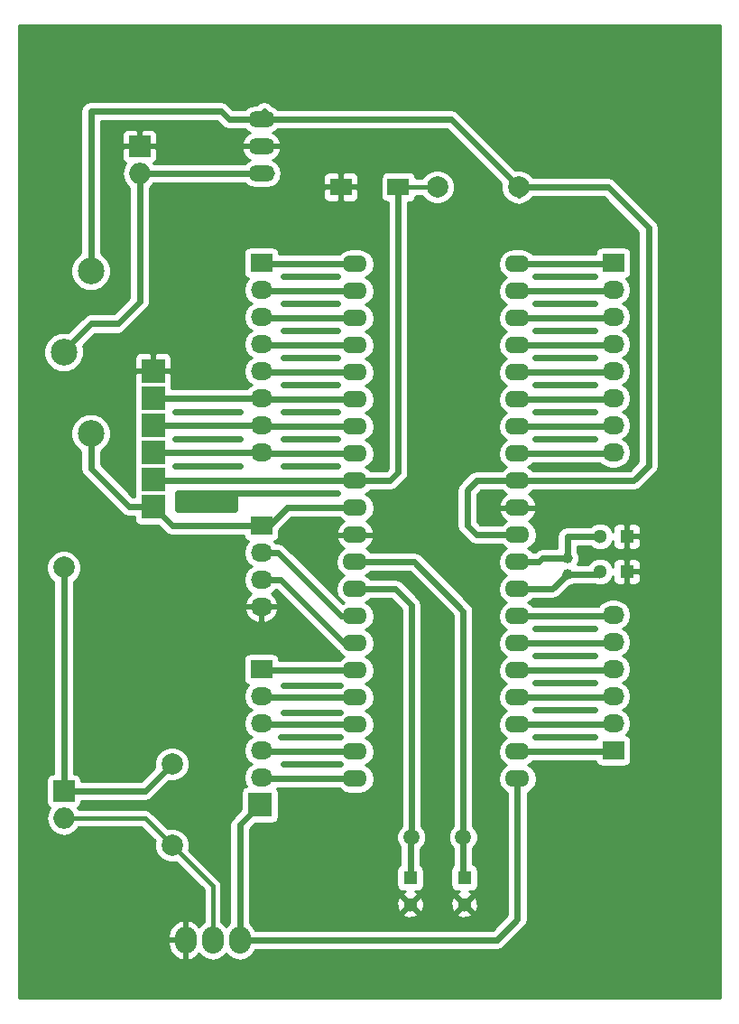
<source format=gbr>
G04 #@! TF.FileFunction,Copper,L2,Bot,Signal*
%FSLAX46Y46*%
G04 Gerber Fmt 4.6, Leading zero omitted, Abs format (unit mm)*
G04 Created by KiCad (PCBNEW 4.0.2+dfsg1-stable) date mån 22 jan 2018 19:40:31*
%MOMM*%
G01*
G04 APERTURE LIST*
%ADD10C,0.100000*%
%ADD11C,2.499360*%
%ADD12R,2.032000X1.727200*%
%ADD13O,2.032000X1.727200*%
%ADD14R,1.300000X1.300000*%
%ADD15C,1.300000*%
%ADD16O,2.300000X1.600000*%
%ADD17O,1.998980X1.998980*%
%ADD18R,1.998980X1.998980*%
%ADD19C,1.998980*%
%ADD20R,2.000000X1.600000*%
%ADD21O,2.499360X1.501140*%
%ADD22C,1.501140*%
%ADD23C,1.000760*%
%ADD24R,2.235200X2.235200*%
%ADD25O,2.032000X2.540000*%
%ADD26C,0.600000*%
%ADD27C,0.600000*%
%ADD28C,0.400000*%
%ADD29C,0.254000*%
G04 APERTURE END LIST*
D10*
D11*
X34290000Y-112522000D03*
D12*
X85852000Y-104140000D03*
D13*
X85852000Y-106680000D03*
X85852000Y-109220000D03*
X85852000Y-111760000D03*
X85852000Y-114300000D03*
X85852000Y-116840000D03*
X85852000Y-119380000D03*
X85852000Y-121920000D03*
D14*
X71882000Y-161798000D03*
D15*
X71882000Y-164298000D03*
D14*
X66802000Y-161798000D03*
D15*
X66802000Y-164298000D03*
D14*
X87122000Y-133096000D03*
D15*
X84622000Y-133096000D03*
D14*
X87122000Y-129794000D03*
D15*
X84622000Y-129794000D03*
D16*
X61633100Y-104241600D03*
X61633100Y-106781600D03*
X61633100Y-109321600D03*
X61633100Y-111861600D03*
X61633100Y-114401600D03*
X61633100Y-116941600D03*
X61633100Y-119481600D03*
X61633100Y-122021600D03*
X61633100Y-124561600D03*
X61633100Y-127101600D03*
X61633100Y-129641600D03*
X61633100Y-132181600D03*
X61633100Y-134721600D03*
X61633100Y-137261600D03*
X61633100Y-139801600D03*
X61633100Y-142341600D03*
X61633100Y-144881600D03*
X61633100Y-147421600D03*
X61633100Y-149961600D03*
X61633100Y-152501600D03*
X76873100Y-152501600D03*
X76873100Y-149961600D03*
X76873100Y-147421600D03*
X76873100Y-144881600D03*
X76873100Y-142341600D03*
X76873100Y-139801600D03*
X76873100Y-137261600D03*
X76873100Y-134721600D03*
X76873100Y-132181600D03*
X76873100Y-129641600D03*
X76873100Y-127101600D03*
X76873100Y-124561600D03*
X76873100Y-122021600D03*
X76873100Y-119481600D03*
X76873100Y-116941600D03*
X76873100Y-114401600D03*
X76873100Y-111861600D03*
X76873100Y-109321600D03*
X76873100Y-106781600D03*
X76873100Y-104241600D03*
D17*
X41402000Y-95758000D03*
D18*
X41402000Y-93218000D03*
D12*
X52832000Y-104140000D03*
D13*
X52832000Y-106680000D03*
X52832000Y-109220000D03*
X52832000Y-111760000D03*
X52832000Y-114300000D03*
X52832000Y-116840000D03*
X52832000Y-119380000D03*
X52832000Y-121920000D03*
D19*
X69342000Y-97028000D03*
X76962000Y-97028000D03*
D20*
X60292000Y-97028000D03*
X65692000Y-97028000D03*
D21*
X52832000Y-93218000D03*
X52832000Y-95758000D03*
X52832000Y-90678000D03*
D22*
X71782940Y-157988000D03*
X66901060Y-157988000D03*
D23*
X81534000Y-133337300D03*
X81534000Y-131838700D03*
D12*
X52832000Y-142240000D03*
D13*
X52832000Y-144780000D03*
X52832000Y-147320000D03*
X52832000Y-149860000D03*
X52832000Y-152400000D03*
D24*
X52705000Y-154940000D03*
D12*
X85852000Y-149860000D03*
D13*
X85852000Y-147320000D03*
X85852000Y-144780000D03*
X85852000Y-142240000D03*
X85852000Y-139700000D03*
X85852000Y-137160000D03*
D24*
X42672000Y-127000000D03*
X42672000Y-114300000D03*
X42672000Y-124460000D03*
X42672000Y-116840000D03*
X42672000Y-119380000D03*
X42672000Y-121920000D03*
D12*
X52832000Y-128778000D03*
D13*
X52832000Y-131318000D03*
X52832000Y-133858000D03*
X52832000Y-136398000D03*
D11*
X36830000Y-120142000D03*
X36830000Y-104902000D03*
D19*
X44450000Y-151130000D03*
X44450000Y-158750000D03*
D17*
X34290000Y-156210000D03*
D18*
X34290000Y-153670000D03*
D25*
X48260000Y-167640000D03*
X45720000Y-167640000D03*
X50800000Y-167640000D03*
D19*
X34290000Y-132715000D03*
D26*
X36830000Y-104902000D03*
X36830000Y-120142000D03*
X34290000Y-132715000D03*
X34290000Y-112395000D03*
D27*
X54864000Y-151130000D02*
X60198000Y-151130000D01*
X54610000Y-148590000D02*
X60198000Y-148590000D01*
X54864000Y-146304000D02*
X60198000Y-146304000D01*
X54864000Y-143764000D02*
X60198000Y-143764000D01*
X78486000Y-148590000D02*
X84074000Y-148590000D01*
X78486000Y-146050000D02*
X84074000Y-146050000D01*
X78486000Y-143510000D02*
X84074000Y-143510000D01*
X78486000Y-140970000D02*
X84074000Y-140970000D01*
X78486000Y-138430000D02*
X84074000Y-138430000D01*
X84074000Y-138430000D02*
X83820000Y-138430000D01*
X50292000Y-125730000D02*
X59944000Y-125730000D01*
X59944000Y-125730000D02*
X59690000Y-125730000D01*
X45212000Y-126746000D02*
X49530000Y-126746000D01*
X44958000Y-125730000D02*
X45466000Y-126238000D01*
X45466000Y-126238000D02*
X49784000Y-126238000D01*
X49784000Y-126238000D02*
X49784000Y-127000000D01*
X49784000Y-127000000D02*
X45212000Y-127000000D01*
X45212000Y-126746000D02*
X45212000Y-127000000D01*
X49530000Y-126746000D02*
X49784000Y-127000000D01*
X44958000Y-125730000D02*
X44958000Y-127254000D01*
X50292000Y-125730000D02*
X44958000Y-125730000D01*
X50292000Y-125984000D02*
X50292000Y-125730000D01*
X50292000Y-127254000D02*
X50292000Y-125984000D01*
X44958000Y-127254000D02*
X50292000Y-127254000D01*
X44704000Y-123190000D02*
X50800000Y-123190000D01*
X44704000Y-120650000D02*
X50800000Y-120650000D01*
X54864000Y-123190000D02*
X59944000Y-123190000D01*
X54864000Y-120650000D02*
X59944000Y-120650000D01*
X44704000Y-118110000D02*
X50800000Y-118110000D01*
X54864000Y-118110000D02*
X59944000Y-118110000D01*
X54864000Y-115570000D02*
X59944000Y-115570000D01*
X54864000Y-113030000D02*
X59944000Y-113030000D01*
X54864000Y-110490000D02*
X59944000Y-110490000D01*
X54864000Y-107950000D02*
X59944000Y-107950000D01*
X54864000Y-105410000D02*
X59944000Y-105410000D01*
X78486000Y-105410000D02*
X84074000Y-105410000D01*
X78486000Y-107950000D02*
X84074000Y-107950000D01*
X78486000Y-110490000D02*
X84074000Y-110490000D01*
X78486000Y-113030000D02*
X84074000Y-113030000D01*
X78486000Y-115570000D02*
X84074000Y-115570000D01*
X78486000Y-118110000D02*
X84074000Y-118110000D01*
X78486000Y-120650000D02*
X84074000Y-120650000D01*
X61633100Y-132181600D02*
X67157600Y-132181600D01*
X71782940Y-136806940D02*
X71782940Y-157988000D01*
X67157600Y-132181600D02*
X71782940Y-136806940D01*
X71782940Y-157988000D02*
X71782940Y-161698940D01*
X71782940Y-161698940D02*
X71882000Y-161798000D01*
D28*
X71782940Y-161698940D02*
X71882000Y-161798000D01*
X41402000Y-93218000D02*
X52832000Y-93218000D01*
D27*
X66802000Y-161798000D02*
X66802000Y-158087060D01*
X66802000Y-158087060D02*
X66901060Y-157988000D01*
X61633100Y-134721600D02*
X65379600Y-134721600D01*
X66901060Y-136243060D02*
X66901060Y-157988000D01*
X65379600Y-134721600D02*
X66901060Y-136243060D01*
D28*
X66901060Y-161698940D02*
X66802000Y-161798000D01*
D27*
X76873100Y-134721600D02*
X80149700Y-134721600D01*
X80149700Y-134721600D02*
X81534000Y-133337300D01*
X81534000Y-133337300D02*
X84380700Y-133337300D01*
X84380700Y-133337300D02*
X84622000Y-133096000D01*
X81534000Y-131838700D02*
X81534000Y-129794000D01*
X81534000Y-129794000D02*
X84622000Y-129794000D01*
X76873100Y-132181600D02*
X78892400Y-132181600D01*
X79235300Y-131838700D02*
X81534000Y-131838700D01*
X78892400Y-132181600D02*
X79235300Y-131838700D01*
X61633100Y-104241600D02*
X52933600Y-104241600D01*
X52933600Y-104241600D02*
X52832000Y-104140000D01*
D28*
X52933600Y-104241600D02*
X53035200Y-104140000D01*
D27*
X61633100Y-106781600D02*
X52933600Y-106781600D01*
X52933600Y-106781600D02*
X52832000Y-106680000D01*
X61633100Y-109321600D02*
X52933600Y-109321600D01*
X52933600Y-109321600D02*
X52832000Y-109220000D01*
X61633100Y-111861600D02*
X52933600Y-111861600D01*
X52933600Y-111861600D02*
X52832000Y-111760000D01*
X61633100Y-114401600D02*
X52933600Y-114401600D01*
X52933600Y-114401600D02*
X52832000Y-114300000D01*
X52832000Y-116840000D02*
X42672000Y-116840000D01*
X61633100Y-116941600D02*
X52933600Y-116941600D01*
X52933600Y-116941600D02*
X52832000Y-116840000D01*
X52832000Y-119380000D02*
X42672000Y-119380000D01*
X61633100Y-119481600D02*
X52933600Y-119481600D01*
X52933600Y-119481600D02*
X52832000Y-119380000D01*
X52832000Y-121920000D02*
X42672000Y-121920000D01*
X61633100Y-122021600D02*
X52933600Y-122021600D01*
X52933600Y-122021600D02*
X52832000Y-121920000D01*
X61633100Y-124561600D02*
X42773600Y-124561600D01*
X42773600Y-124561600D02*
X42672000Y-124460000D01*
X61633100Y-124561600D02*
X64922400Y-124561600D01*
X65692000Y-123792000D02*
X65692000Y-97028000D01*
X64922400Y-124561600D02*
X65692000Y-123792000D01*
X61633100Y-124561600D02*
X60604400Y-124561600D01*
D28*
X61226700Y-124968000D02*
X61633100Y-124561600D01*
X69342000Y-97028000D02*
X65692000Y-97028000D01*
D27*
X76873100Y-124561600D02*
X73050400Y-124561600D01*
X72999600Y-129641600D02*
X76873100Y-129641600D01*
X72136000Y-128778000D02*
X72999600Y-129641600D01*
X72136000Y-125476000D02*
X72136000Y-128778000D01*
X73050400Y-124561600D02*
X72136000Y-125476000D01*
X76771500Y-129540000D02*
X76873100Y-129641600D01*
X42672000Y-127000000D02*
X40386000Y-127000000D01*
X49784000Y-90678000D02*
X52832000Y-90678000D01*
X49022000Y-89916000D02*
X49784000Y-90678000D01*
X36830000Y-89916000D02*
X49022000Y-89916000D01*
X36830000Y-104902000D02*
X36830000Y-89916000D01*
X36830000Y-123444000D02*
X36830000Y-120142000D01*
X40386000Y-127000000D02*
X36830000Y-123444000D01*
X52832000Y-128778000D02*
X44450000Y-128778000D01*
X44450000Y-128778000D02*
X42672000Y-127000000D01*
X52832000Y-128778000D02*
X53594000Y-128778000D01*
X53594000Y-128778000D02*
X55270400Y-127101600D01*
X55270400Y-127101600D02*
X61633100Y-127101600D01*
X52324000Y-90678000D02*
X53086000Y-89916000D01*
X76962000Y-97028000D02*
X85344000Y-97028000D01*
X87782400Y-124561600D02*
X76873100Y-124561600D01*
X89154000Y-123190000D02*
X87782400Y-124561600D01*
X89154000Y-100838000D02*
X89154000Y-123190000D01*
X85344000Y-97028000D02*
X89154000Y-100838000D01*
X76962000Y-97028000D02*
X76962000Y-97790000D01*
X52832000Y-90678000D02*
X56642000Y-90678000D01*
X70612000Y-90678000D02*
X76962000Y-97028000D01*
X56642000Y-90678000D02*
X70612000Y-90678000D01*
X61633100Y-137261600D02*
X60299600Y-137261600D01*
X54356000Y-131318000D02*
X52832000Y-131318000D01*
X60299600Y-137261600D02*
X54356000Y-131318000D01*
X61633100Y-139801600D02*
X60553600Y-139801600D01*
X60553600Y-139801600D02*
X54610000Y-133858000D01*
X54610000Y-133858000D02*
X52832000Y-133858000D01*
X61633100Y-142341600D02*
X52933600Y-142341600D01*
X52933600Y-142341600D02*
X52832000Y-142240000D01*
X61633100Y-144881600D02*
X52933600Y-144881600D01*
X52933600Y-144881600D02*
X52832000Y-144780000D01*
X61633100Y-147421600D02*
X52933600Y-147421600D01*
X52933600Y-147421600D02*
X52832000Y-147320000D01*
X61633100Y-149961600D02*
X52933600Y-149961600D01*
X52933600Y-149961600D02*
X52832000Y-149860000D01*
X61633100Y-152501600D02*
X52933600Y-152501600D01*
X52933600Y-152501600D02*
X52832000Y-152400000D01*
X50800000Y-167640000D02*
X50800000Y-156845000D01*
X50800000Y-156845000D02*
X52705000Y-154940000D01*
X50800000Y-167640000D02*
X74930000Y-167640000D01*
X76873100Y-165696900D02*
X76873100Y-152501600D01*
X74930000Y-167640000D02*
X76873100Y-165696900D01*
X76873100Y-149961600D02*
X85750400Y-149961600D01*
X85750400Y-149961600D02*
X85852000Y-149860000D01*
X76873100Y-147421600D02*
X85750400Y-147421600D01*
X85750400Y-147421600D02*
X85852000Y-147320000D01*
X76873100Y-144881600D02*
X85750400Y-144881600D01*
X85750400Y-144881600D02*
X85852000Y-144780000D01*
X76873100Y-142341600D02*
X85750400Y-142341600D01*
X85750400Y-142341600D02*
X85852000Y-142240000D01*
X76873100Y-139801600D02*
X85750400Y-139801600D01*
X85750400Y-139801600D02*
X85852000Y-139700000D01*
X76873100Y-137261600D02*
X85750400Y-137261600D01*
X85750400Y-137261600D02*
X85852000Y-137160000D01*
X76873100Y-122021600D02*
X85750400Y-122021600D01*
X85750400Y-122021600D02*
X85852000Y-121920000D01*
X76873100Y-119481600D02*
X85750400Y-119481600D01*
X85750400Y-119481600D02*
X85852000Y-119380000D01*
X76873100Y-116941600D02*
X85750400Y-116941600D01*
X85750400Y-116941600D02*
X85852000Y-116840000D01*
X76873100Y-114401600D02*
X85750400Y-114401600D01*
X85750400Y-114401600D02*
X85852000Y-114300000D01*
X76873100Y-111861600D02*
X85750400Y-111861600D01*
X85750400Y-111861600D02*
X85852000Y-111760000D01*
X76873100Y-109321600D02*
X85750400Y-109321600D01*
X85750400Y-109321600D02*
X85852000Y-109220000D01*
X76873100Y-106781600D02*
X85750400Y-106781600D01*
X85750400Y-106781600D02*
X85852000Y-106680000D01*
X76873100Y-104241600D02*
X85750400Y-104241600D01*
X85750400Y-104241600D02*
X85852000Y-104140000D01*
X34290000Y-153670000D02*
X34290000Y-132715000D01*
X41402000Y-107823000D02*
X41402000Y-95758000D01*
X34290000Y-112395000D02*
X36830000Y-109855000D01*
X36830000Y-109855000D02*
X39370000Y-109855000D01*
X39370000Y-109855000D02*
X41402000Y-107823000D01*
X34290000Y-153670000D02*
X41910000Y-153670000D01*
X41910000Y-153670000D02*
X44450000Y-151130000D01*
X41402000Y-95758000D02*
X52832000Y-95758000D01*
D28*
X34290000Y-156210000D02*
X41910000Y-156210000D01*
X41910000Y-156210000D02*
X44450000Y-158750000D01*
X48260000Y-167640000D02*
X48260000Y-162560000D01*
X48260000Y-162560000D02*
X44450000Y-158750000D01*
D29*
G36*
X95885000Y-173101000D02*
X30099000Y-173101000D01*
X30099000Y-167767000D01*
X44069000Y-167767000D01*
X44069000Y-168021000D01*
X44243276Y-168643143D01*
X44642370Y-169151236D01*
X45205523Y-169467926D01*
X45337056Y-169499975D01*
X45593000Y-169380836D01*
X45593000Y-167767000D01*
X44069000Y-167767000D01*
X30099000Y-167767000D01*
X30099000Y-167259000D01*
X44069000Y-167259000D01*
X44069000Y-167513000D01*
X45593000Y-167513000D01*
X45593000Y-165899164D01*
X45337056Y-165780025D01*
X45205523Y-165812074D01*
X44642370Y-166128764D01*
X44243276Y-166636857D01*
X44069000Y-167259000D01*
X30099000Y-167259000D01*
X30099000Y-152670510D01*
X32643070Y-152670510D01*
X32643070Y-154669490D01*
X32687348Y-154904807D01*
X32826420Y-155120931D01*
X32992473Y-155234390D01*
X32779928Y-155552486D01*
X32655510Y-156177978D01*
X32655510Y-156242022D01*
X32779928Y-156867514D01*
X33134241Y-157397781D01*
X33664508Y-157752094D01*
X34290000Y-157876512D01*
X34915492Y-157752094D01*
X35445759Y-157397781D01*
X35681480Y-157045000D01*
X41564132Y-157045000D01*
X42852995Y-158333863D01*
X42815794Y-158423453D01*
X42815226Y-159073694D01*
X43063538Y-159674655D01*
X43522927Y-160134846D01*
X44123453Y-160384206D01*
X44773694Y-160384774D01*
X44865834Y-160346702D01*
X47425000Y-162905868D01*
X47425000Y-165959121D01*
X47092567Y-166181246D01*
X46975946Y-166355781D01*
X46797630Y-166128764D01*
X46234477Y-165812074D01*
X46102944Y-165780025D01*
X45847000Y-165899164D01*
X45847000Y-167513000D01*
X45867000Y-167513000D01*
X45867000Y-167767000D01*
X45847000Y-167767000D01*
X45847000Y-169380836D01*
X46102944Y-169499975D01*
X46234477Y-169467926D01*
X46797630Y-169151236D01*
X46975946Y-168924219D01*
X47092567Y-169098754D01*
X47628190Y-169456646D01*
X48260000Y-169582321D01*
X48891810Y-169456646D01*
X49427433Y-169098754D01*
X49530000Y-168945252D01*
X49632567Y-169098754D01*
X50168190Y-169456646D01*
X50800000Y-169582321D01*
X51431810Y-169456646D01*
X51967433Y-169098754D01*
X52317394Y-168575000D01*
X74930000Y-168575000D01*
X75287809Y-168503827D01*
X75591145Y-168301145D01*
X77534245Y-166358045D01*
X77736927Y-166054709D01*
X77808100Y-165696900D01*
X77808100Y-153826780D01*
X78272768Y-153516298D01*
X78583837Y-153050751D01*
X78693070Y-152501600D01*
X78583837Y-151952449D01*
X78272768Y-151486902D01*
X77890682Y-151231600D01*
X78272768Y-150976298D01*
X78326021Y-150896600D01*
X84221112Y-150896600D01*
X84232838Y-150958917D01*
X84371910Y-151175041D01*
X84584110Y-151320031D01*
X84836000Y-151371040D01*
X86868000Y-151371040D01*
X87103317Y-151326762D01*
X87319441Y-151187690D01*
X87464431Y-150975490D01*
X87515440Y-150723600D01*
X87515440Y-148996400D01*
X87471162Y-148761083D01*
X87332090Y-148544959D01*
X87119890Y-148399969D01*
X87078561Y-148391600D01*
X87096415Y-148379670D01*
X87421271Y-147893489D01*
X87535345Y-147320000D01*
X87421271Y-146746511D01*
X87096415Y-146260330D01*
X86781634Y-146050000D01*
X87096415Y-145839670D01*
X87421271Y-145353489D01*
X87535345Y-144780000D01*
X87421271Y-144206511D01*
X87096415Y-143720330D01*
X86781634Y-143510000D01*
X87096415Y-143299670D01*
X87421271Y-142813489D01*
X87535345Y-142240000D01*
X87421271Y-141666511D01*
X87096415Y-141180330D01*
X86781634Y-140970000D01*
X87096415Y-140759670D01*
X87421271Y-140273489D01*
X87535345Y-139700000D01*
X87421271Y-139126511D01*
X87096415Y-138640330D01*
X86781634Y-138430000D01*
X87096415Y-138219670D01*
X87421271Y-137733489D01*
X87535345Y-137160000D01*
X87421271Y-136586511D01*
X87096415Y-136100330D01*
X86610234Y-135775474D01*
X86036745Y-135661400D01*
X85667255Y-135661400D01*
X85093766Y-135775474D01*
X84607585Y-136100330D01*
X84456396Y-136326600D01*
X78326021Y-136326600D01*
X78272768Y-136246902D01*
X77890682Y-135991600D01*
X78272768Y-135736298D01*
X78326021Y-135656600D01*
X80149700Y-135656600D01*
X80507509Y-135585427D01*
X80810845Y-135382745D01*
X81720747Y-134472843D01*
X81758850Y-134472876D01*
X82176301Y-134300389D01*
X82204439Y-134272300D01*
X84104035Y-134272300D01*
X84365276Y-134380777D01*
X84876481Y-134381223D01*
X85348943Y-134186005D01*
X85710735Y-133824845D01*
X85837000Y-133520765D01*
X85837000Y-133872310D01*
X85933673Y-134105699D01*
X86112302Y-134284327D01*
X86345691Y-134381000D01*
X86836250Y-134381000D01*
X86995000Y-134222250D01*
X86995000Y-133223000D01*
X87249000Y-133223000D01*
X87249000Y-134222250D01*
X87407750Y-134381000D01*
X87898309Y-134381000D01*
X88131698Y-134284327D01*
X88310327Y-134105699D01*
X88407000Y-133872310D01*
X88407000Y-133381750D01*
X88248250Y-133223000D01*
X87249000Y-133223000D01*
X86995000Y-133223000D01*
X86975000Y-133223000D01*
X86975000Y-132969000D01*
X86995000Y-132969000D01*
X86995000Y-131969750D01*
X87249000Y-131969750D01*
X87249000Y-132969000D01*
X88248250Y-132969000D01*
X88407000Y-132810250D01*
X88407000Y-132319690D01*
X88310327Y-132086301D01*
X88131698Y-131907673D01*
X87898309Y-131811000D01*
X87407750Y-131811000D01*
X87249000Y-131969750D01*
X86995000Y-131969750D01*
X86836250Y-131811000D01*
X86345691Y-131811000D01*
X86112302Y-131907673D01*
X85933673Y-132086301D01*
X85837000Y-132319690D01*
X85837000Y-132671567D01*
X85712005Y-132369057D01*
X85350845Y-132007265D01*
X84878724Y-131811223D01*
X84367519Y-131810777D01*
X83895057Y-132005995D01*
X83533265Y-132367155D01*
X83518672Y-132402300D01*
X82529344Y-132402300D01*
X82669182Y-132065532D01*
X82669576Y-131613850D01*
X82497089Y-131196399D01*
X82469000Y-131168261D01*
X82469000Y-130729000D01*
X83739689Y-130729000D01*
X83893155Y-130882735D01*
X84365276Y-131078777D01*
X84876481Y-131079223D01*
X85348943Y-130884005D01*
X85710735Y-130522845D01*
X85837000Y-130218765D01*
X85837000Y-130570310D01*
X85933673Y-130803699D01*
X86112302Y-130982327D01*
X86345691Y-131079000D01*
X86836250Y-131079000D01*
X86995000Y-130920250D01*
X86995000Y-129921000D01*
X87249000Y-129921000D01*
X87249000Y-130920250D01*
X87407750Y-131079000D01*
X87898309Y-131079000D01*
X88131698Y-130982327D01*
X88310327Y-130803699D01*
X88407000Y-130570310D01*
X88407000Y-130079750D01*
X88248250Y-129921000D01*
X87249000Y-129921000D01*
X86995000Y-129921000D01*
X86975000Y-129921000D01*
X86975000Y-129667000D01*
X86995000Y-129667000D01*
X86995000Y-128667750D01*
X87249000Y-128667750D01*
X87249000Y-129667000D01*
X88248250Y-129667000D01*
X88407000Y-129508250D01*
X88407000Y-129017690D01*
X88310327Y-128784301D01*
X88131698Y-128605673D01*
X87898309Y-128509000D01*
X87407750Y-128509000D01*
X87249000Y-128667750D01*
X86995000Y-128667750D01*
X86836250Y-128509000D01*
X86345691Y-128509000D01*
X86112302Y-128605673D01*
X85933673Y-128784301D01*
X85837000Y-129017690D01*
X85837000Y-129369567D01*
X85712005Y-129067057D01*
X85350845Y-128705265D01*
X84878724Y-128509223D01*
X84367519Y-128508777D01*
X83895057Y-128703995D01*
X83739781Y-128859000D01*
X81534000Y-128859000D01*
X81176191Y-128930173D01*
X80872855Y-129132855D01*
X80670173Y-129436191D01*
X80599000Y-129794000D01*
X80599000Y-130903700D01*
X79235300Y-130903700D01*
X78877491Y-130974873D01*
X78574155Y-131177555D01*
X78505110Y-131246600D01*
X78326021Y-131246600D01*
X78272768Y-131166902D01*
X77890682Y-130911600D01*
X78272768Y-130656298D01*
X78583837Y-130190751D01*
X78693070Y-129641600D01*
X78583837Y-129092449D01*
X78272768Y-128626902D01*
X77894949Y-128374451D01*
X78327600Y-128026496D01*
X78597467Y-127533419D01*
X78615004Y-127450639D01*
X78493015Y-127228600D01*
X77000100Y-127228600D01*
X77000100Y-127248600D01*
X76746100Y-127248600D01*
X76746100Y-127228600D01*
X75253185Y-127228600D01*
X75131196Y-127450639D01*
X75148733Y-127533419D01*
X75418600Y-128026496D01*
X75851251Y-128374451D01*
X75473432Y-128626902D01*
X75420179Y-128706600D01*
X73386890Y-128706600D01*
X73071000Y-128390710D01*
X73071000Y-125863290D01*
X73437690Y-125496600D01*
X75420179Y-125496600D01*
X75473432Y-125576298D01*
X75851251Y-125828749D01*
X75418600Y-126176704D01*
X75148733Y-126669781D01*
X75131196Y-126752561D01*
X75253185Y-126974600D01*
X76746100Y-126974600D01*
X76746100Y-126954600D01*
X77000100Y-126954600D01*
X77000100Y-126974600D01*
X78493015Y-126974600D01*
X78615004Y-126752561D01*
X78597467Y-126669781D01*
X78327600Y-126176704D01*
X77894949Y-125828749D01*
X78272768Y-125576298D01*
X78326021Y-125496600D01*
X87782400Y-125496600D01*
X88140209Y-125425427D01*
X88443545Y-125222745D01*
X89815145Y-123851145D01*
X90017827Y-123547809D01*
X90089000Y-123190000D01*
X90089000Y-100838000D01*
X90017827Y-100480191D01*
X89815145Y-100176855D01*
X86005145Y-96366855D01*
X85701809Y-96164173D01*
X85344000Y-96093000D01*
X78338135Y-96093000D01*
X77889073Y-95643154D01*
X77288547Y-95393794D01*
X76649526Y-95393236D01*
X71273145Y-90016855D01*
X70969809Y-89814173D01*
X70612000Y-89743000D01*
X54377677Y-89743000D01*
X54347779Y-89698254D01*
X53898268Y-89397900D01*
X53834211Y-89385158D01*
X53747145Y-89254855D01*
X53443809Y-89052173D01*
X53086000Y-88981000D01*
X52728191Y-89052173D01*
X52424855Y-89254855D01*
X52387280Y-89292430D01*
X52295967Y-89292430D01*
X51765732Y-89397900D01*
X51316221Y-89698254D01*
X51286323Y-89743000D01*
X50171290Y-89743000D01*
X49683145Y-89254855D01*
X49379809Y-89052173D01*
X49022000Y-88981000D01*
X36830000Y-88981000D01*
X36472191Y-89052173D01*
X36168855Y-89254855D01*
X35966173Y-89558191D01*
X35895000Y-89916000D01*
X35895000Y-103249107D01*
X35763809Y-103303314D01*
X35233178Y-103833021D01*
X34945648Y-104525469D01*
X34944994Y-105275241D01*
X35231314Y-105968191D01*
X35761021Y-106498822D01*
X36453469Y-106786352D01*
X37203241Y-106787006D01*
X37896191Y-106500686D01*
X38426822Y-105970979D01*
X38714352Y-105278531D01*
X38715006Y-104528759D01*
X38428686Y-103835809D01*
X37898979Y-103305178D01*
X37765000Y-103249545D01*
X37765000Y-92092201D01*
X39767510Y-92092201D01*
X39767510Y-92932250D01*
X39926260Y-93091000D01*
X41275000Y-93091000D01*
X41275000Y-91742260D01*
X41529000Y-91742260D01*
X41529000Y-93091000D01*
X42877740Y-93091000D01*
X43036490Y-92932250D01*
X43036490Y-92092201D01*
X42939817Y-91858812D01*
X42761189Y-91680183D01*
X42527800Y-91583510D01*
X41687750Y-91583510D01*
X41529000Y-91742260D01*
X41275000Y-91742260D01*
X41116250Y-91583510D01*
X40276200Y-91583510D01*
X40042811Y-91680183D01*
X39864183Y-91858812D01*
X39767510Y-92092201D01*
X37765000Y-92092201D01*
X37765000Y-90851000D01*
X48634710Y-90851000D01*
X49122855Y-91339145D01*
X49426191Y-91541827D01*
X49784000Y-91613000D01*
X51286323Y-91613000D01*
X51316221Y-91657746D01*
X51765732Y-91958100D01*
X51775032Y-91959950D01*
X51685323Y-91986501D01*
X51263342Y-92328056D01*
X51004190Y-92805097D01*
X50990007Y-92876725D01*
X51112661Y-93091000D01*
X52705000Y-93091000D01*
X52705000Y-93071000D01*
X52959000Y-93071000D01*
X52959000Y-93091000D01*
X54551339Y-93091000D01*
X54673993Y-92876725D01*
X54659810Y-92805097D01*
X54400658Y-92328056D01*
X53978677Y-91986501D01*
X53888968Y-91959950D01*
X53898268Y-91958100D01*
X54347779Y-91657746D01*
X54377677Y-91613000D01*
X70224710Y-91613000D01*
X75327781Y-96716071D01*
X75327226Y-97351694D01*
X75575538Y-97952655D01*
X76034927Y-98412846D01*
X76585997Y-98641670D01*
X76604191Y-98653827D01*
X76625465Y-98658059D01*
X76635453Y-98662206D01*
X76646363Y-98662216D01*
X76962000Y-98725000D01*
X77274877Y-98662765D01*
X77285694Y-98662774D01*
X77295779Y-98658607D01*
X77319809Y-98653827D01*
X77340002Y-98640334D01*
X77886655Y-98414462D01*
X78338905Y-97963000D01*
X84956710Y-97963000D01*
X88219000Y-101225290D01*
X88219000Y-122802710D01*
X87395110Y-123626600D01*
X78326021Y-123626600D01*
X78272768Y-123546902D01*
X77890682Y-123291600D01*
X78272768Y-123036298D01*
X78326021Y-122956600D01*
X84592170Y-122956600D01*
X84607585Y-122979670D01*
X85093766Y-123304526D01*
X85667255Y-123418600D01*
X86036745Y-123418600D01*
X86610234Y-123304526D01*
X87096415Y-122979670D01*
X87421271Y-122493489D01*
X87535345Y-121920000D01*
X87421271Y-121346511D01*
X87096415Y-120860330D01*
X86781634Y-120650000D01*
X87096415Y-120439670D01*
X87421271Y-119953489D01*
X87535345Y-119380000D01*
X87421271Y-118806511D01*
X87096415Y-118320330D01*
X86781634Y-118110000D01*
X87096415Y-117899670D01*
X87421271Y-117413489D01*
X87535345Y-116840000D01*
X87421271Y-116266511D01*
X87096415Y-115780330D01*
X86781634Y-115570000D01*
X87096415Y-115359670D01*
X87421271Y-114873489D01*
X87535345Y-114300000D01*
X87421271Y-113726511D01*
X87096415Y-113240330D01*
X86781634Y-113030000D01*
X87096415Y-112819670D01*
X87421271Y-112333489D01*
X87535345Y-111760000D01*
X87421271Y-111186511D01*
X87096415Y-110700330D01*
X86781634Y-110490000D01*
X87096415Y-110279670D01*
X87421271Y-109793489D01*
X87535345Y-109220000D01*
X87421271Y-108646511D01*
X87096415Y-108160330D01*
X86781634Y-107950000D01*
X87096415Y-107739670D01*
X87421271Y-107253489D01*
X87535345Y-106680000D01*
X87421271Y-106106511D01*
X87096415Y-105620330D01*
X87082087Y-105610757D01*
X87103317Y-105606762D01*
X87319441Y-105467690D01*
X87464431Y-105255490D01*
X87515440Y-105003600D01*
X87515440Y-103276400D01*
X87471162Y-103041083D01*
X87332090Y-102824959D01*
X87119890Y-102679969D01*
X86868000Y-102628960D01*
X84836000Y-102628960D01*
X84600683Y-102673238D01*
X84384559Y-102812310D01*
X84239569Y-103024510D01*
X84188560Y-103276400D01*
X84188560Y-103306600D01*
X78326021Y-103306600D01*
X78272768Y-103226902D01*
X77807221Y-102915833D01*
X77258070Y-102806600D01*
X76488130Y-102806600D01*
X75938979Y-102915833D01*
X75473432Y-103226902D01*
X75162363Y-103692449D01*
X75053130Y-104241600D01*
X75162363Y-104790751D01*
X75473432Y-105256298D01*
X75855518Y-105511600D01*
X75473432Y-105766902D01*
X75162363Y-106232449D01*
X75053130Y-106781600D01*
X75162363Y-107330751D01*
X75473432Y-107796298D01*
X75855518Y-108051600D01*
X75473432Y-108306902D01*
X75162363Y-108772449D01*
X75053130Y-109321600D01*
X75162363Y-109870751D01*
X75473432Y-110336298D01*
X75855518Y-110591600D01*
X75473432Y-110846902D01*
X75162363Y-111312449D01*
X75053130Y-111861600D01*
X75162363Y-112410751D01*
X75473432Y-112876298D01*
X75855518Y-113131600D01*
X75473432Y-113386902D01*
X75162363Y-113852449D01*
X75053130Y-114401600D01*
X75162363Y-114950751D01*
X75473432Y-115416298D01*
X75855518Y-115671600D01*
X75473432Y-115926902D01*
X75162363Y-116392449D01*
X75053130Y-116941600D01*
X75162363Y-117490751D01*
X75473432Y-117956298D01*
X75855518Y-118211600D01*
X75473432Y-118466902D01*
X75162363Y-118932449D01*
X75053130Y-119481600D01*
X75162363Y-120030751D01*
X75473432Y-120496298D01*
X75855518Y-120751600D01*
X75473432Y-121006902D01*
X75162363Y-121472449D01*
X75053130Y-122021600D01*
X75162363Y-122570751D01*
X75473432Y-123036298D01*
X75855518Y-123291600D01*
X75473432Y-123546902D01*
X75420179Y-123626600D01*
X73050400Y-123626600D01*
X72692591Y-123697773D01*
X72389255Y-123900455D01*
X71474855Y-124814855D01*
X71272173Y-125118191D01*
X71201000Y-125476000D01*
X71201000Y-128778000D01*
X71272173Y-129135809D01*
X71474855Y-129439145D01*
X72338455Y-130302745D01*
X72641791Y-130505427D01*
X72999600Y-130576600D01*
X75420179Y-130576600D01*
X75473432Y-130656298D01*
X75855518Y-130911600D01*
X75473432Y-131166902D01*
X75162363Y-131632449D01*
X75053130Y-132181600D01*
X75162363Y-132730751D01*
X75473432Y-133196298D01*
X75855518Y-133451600D01*
X75473432Y-133706902D01*
X75162363Y-134172449D01*
X75053130Y-134721600D01*
X75162363Y-135270751D01*
X75473432Y-135736298D01*
X75855518Y-135991600D01*
X75473432Y-136246902D01*
X75162363Y-136712449D01*
X75053130Y-137261600D01*
X75162363Y-137810751D01*
X75473432Y-138276298D01*
X75855518Y-138531600D01*
X75473432Y-138786902D01*
X75162363Y-139252449D01*
X75053130Y-139801600D01*
X75162363Y-140350751D01*
X75473432Y-140816298D01*
X75855518Y-141071600D01*
X75473432Y-141326902D01*
X75162363Y-141792449D01*
X75053130Y-142341600D01*
X75162363Y-142890751D01*
X75473432Y-143356298D01*
X75855518Y-143611600D01*
X75473432Y-143866902D01*
X75162363Y-144332449D01*
X75053130Y-144881600D01*
X75162363Y-145430751D01*
X75473432Y-145896298D01*
X75855518Y-146151600D01*
X75473432Y-146406902D01*
X75162363Y-146872449D01*
X75053130Y-147421600D01*
X75162363Y-147970751D01*
X75473432Y-148436298D01*
X75855518Y-148691600D01*
X75473432Y-148946902D01*
X75162363Y-149412449D01*
X75053130Y-149961600D01*
X75162363Y-150510751D01*
X75473432Y-150976298D01*
X75855518Y-151231600D01*
X75473432Y-151486902D01*
X75162363Y-151952449D01*
X75053130Y-152501600D01*
X75162363Y-153050751D01*
X75473432Y-153516298D01*
X75938100Y-153826780D01*
X75938100Y-165309610D01*
X74542710Y-166705000D01*
X52317394Y-166705000D01*
X51967433Y-166181246D01*
X51735000Y-166025939D01*
X51735000Y-165197016D01*
X66082590Y-165197016D01*
X66138271Y-165427611D01*
X66621078Y-165595622D01*
X67131428Y-165566083D01*
X67465729Y-165427611D01*
X67521410Y-165197016D01*
X71162590Y-165197016D01*
X71218271Y-165427611D01*
X71701078Y-165595622D01*
X72211428Y-165566083D01*
X72545729Y-165427611D01*
X72601410Y-165197016D01*
X71882000Y-164477605D01*
X71162590Y-165197016D01*
X67521410Y-165197016D01*
X66802000Y-164477605D01*
X66082590Y-165197016D01*
X51735000Y-165197016D01*
X51735000Y-164117078D01*
X65504378Y-164117078D01*
X65533917Y-164627428D01*
X65672389Y-164961729D01*
X65902984Y-165017410D01*
X66622395Y-164298000D01*
X66981605Y-164298000D01*
X67701016Y-165017410D01*
X67931611Y-164961729D01*
X68099622Y-164478922D01*
X68078679Y-164117078D01*
X70584378Y-164117078D01*
X70613917Y-164627428D01*
X70752389Y-164961729D01*
X70982984Y-165017410D01*
X71702395Y-164298000D01*
X72061605Y-164298000D01*
X72781016Y-165017410D01*
X73011611Y-164961729D01*
X73179622Y-164478922D01*
X73150083Y-163968572D01*
X73011611Y-163634271D01*
X72781016Y-163578590D01*
X72061605Y-164298000D01*
X71702395Y-164298000D01*
X70982984Y-163578590D01*
X70752389Y-163634271D01*
X70584378Y-164117078D01*
X68078679Y-164117078D01*
X68070083Y-163968572D01*
X67931611Y-163634271D01*
X67701016Y-163578590D01*
X66981605Y-164298000D01*
X66622395Y-164298000D01*
X65902984Y-163578590D01*
X65672389Y-163634271D01*
X65504378Y-164117078D01*
X51735000Y-164117078D01*
X51735000Y-157232290D01*
X52262250Y-156705040D01*
X53822600Y-156705040D01*
X54057917Y-156660762D01*
X54274041Y-156521690D01*
X54419031Y-156309490D01*
X54470040Y-156057600D01*
X54470040Y-153822400D01*
X54425762Y-153587083D01*
X54328929Y-153436600D01*
X60180179Y-153436600D01*
X60233432Y-153516298D01*
X60698979Y-153827367D01*
X61248130Y-153936600D01*
X62018070Y-153936600D01*
X62567221Y-153827367D01*
X63032768Y-153516298D01*
X63343837Y-153050751D01*
X63453070Y-152501600D01*
X63343837Y-151952449D01*
X63032768Y-151486902D01*
X62650682Y-151231600D01*
X63032768Y-150976298D01*
X63343837Y-150510751D01*
X63453070Y-149961600D01*
X63343837Y-149412449D01*
X63032768Y-148946902D01*
X62650682Y-148691600D01*
X63032768Y-148436298D01*
X63343837Y-147970751D01*
X63453070Y-147421600D01*
X63343837Y-146872449D01*
X63032768Y-146406902D01*
X62650682Y-146151600D01*
X63032768Y-145896298D01*
X63343837Y-145430751D01*
X63453070Y-144881600D01*
X63343837Y-144332449D01*
X63032768Y-143866902D01*
X62650682Y-143611600D01*
X63032768Y-143356298D01*
X63343837Y-142890751D01*
X63453070Y-142341600D01*
X63343837Y-141792449D01*
X63032768Y-141326902D01*
X62650682Y-141071600D01*
X63032768Y-140816298D01*
X63343837Y-140350751D01*
X63453070Y-139801600D01*
X63343837Y-139252449D01*
X63032768Y-138786902D01*
X62650682Y-138531600D01*
X63032768Y-138276298D01*
X63343837Y-137810751D01*
X63453070Y-137261600D01*
X63343837Y-136712449D01*
X63032768Y-136246902D01*
X62650682Y-135991600D01*
X63032768Y-135736298D01*
X63086021Y-135656600D01*
X64992310Y-135656600D01*
X65966060Y-136630350D01*
X65966060Y-156963586D01*
X65727116Y-157202113D01*
X65515731Y-157711184D01*
X65515250Y-158262398D01*
X65725746Y-158771837D01*
X65867000Y-158913338D01*
X65867000Y-160576808D01*
X65700559Y-160683910D01*
X65555569Y-160896110D01*
X65504560Y-161148000D01*
X65504560Y-162448000D01*
X65548838Y-162683317D01*
X65687910Y-162899441D01*
X65900110Y-163044431D01*
X66152000Y-163095440D01*
X66314385Y-163095440D01*
X66138271Y-163168389D01*
X66082590Y-163398984D01*
X66802000Y-164118395D01*
X67521410Y-163398984D01*
X67465729Y-163168389D01*
X67256098Y-163095440D01*
X67452000Y-163095440D01*
X67687317Y-163051162D01*
X67903441Y-162912090D01*
X68048431Y-162699890D01*
X68099440Y-162448000D01*
X68099440Y-161148000D01*
X68055162Y-160912683D01*
X67916090Y-160696559D01*
X67737000Y-160574192D01*
X67737000Y-159111302D01*
X68075004Y-158773887D01*
X68286389Y-158264816D01*
X68286870Y-157713602D01*
X68076374Y-157204163D01*
X67836060Y-156963429D01*
X67836060Y-136243060D01*
X67764887Y-135885251D01*
X67562205Y-135581915D01*
X66040745Y-134060455D01*
X65737409Y-133857773D01*
X65379600Y-133786600D01*
X63086021Y-133786600D01*
X63032768Y-133706902D01*
X62650682Y-133451600D01*
X63032768Y-133196298D01*
X63086021Y-133116600D01*
X66770310Y-133116600D01*
X70847940Y-137194230D01*
X70847940Y-156963586D01*
X70608996Y-157202113D01*
X70397611Y-157711184D01*
X70397130Y-158262398D01*
X70607626Y-158771837D01*
X70847940Y-159012571D01*
X70847940Y-160640552D01*
X70780559Y-160683910D01*
X70635569Y-160896110D01*
X70584560Y-161148000D01*
X70584560Y-162448000D01*
X70628838Y-162683317D01*
X70767910Y-162899441D01*
X70980110Y-163044431D01*
X71232000Y-163095440D01*
X71394385Y-163095440D01*
X71218271Y-163168389D01*
X71162590Y-163398984D01*
X71882000Y-164118395D01*
X72601410Y-163398984D01*
X72545729Y-163168389D01*
X72336098Y-163095440D01*
X72532000Y-163095440D01*
X72767317Y-163051162D01*
X72983441Y-162912090D01*
X73128431Y-162699890D01*
X73179440Y-162448000D01*
X73179440Y-161148000D01*
X73135162Y-160912683D01*
X72996090Y-160696559D01*
X72783890Y-160551569D01*
X72717940Y-160538214D01*
X72717940Y-159012414D01*
X72956884Y-158773887D01*
X73168269Y-158264816D01*
X73168750Y-157713602D01*
X72958254Y-157204163D01*
X72717940Y-156963429D01*
X72717940Y-136806945D01*
X72717941Y-136806940D01*
X72646767Y-136449132D01*
X72646767Y-136449131D01*
X72444085Y-136145795D01*
X67818745Y-131520455D01*
X67515409Y-131317773D01*
X67157600Y-131246600D01*
X63086021Y-131246600D01*
X63032768Y-131166902D01*
X62654949Y-130914451D01*
X63087600Y-130566496D01*
X63357467Y-130073419D01*
X63375004Y-129990639D01*
X63253015Y-129768600D01*
X61760100Y-129768600D01*
X61760100Y-129788600D01*
X61506100Y-129788600D01*
X61506100Y-129768600D01*
X60013185Y-129768600D01*
X59891196Y-129990639D01*
X59908733Y-130073419D01*
X60178600Y-130566496D01*
X60611251Y-130914451D01*
X60233432Y-131166902D01*
X59922363Y-131632449D01*
X59813130Y-132181600D01*
X59922363Y-132730751D01*
X60233432Y-133196298D01*
X60615518Y-133451600D01*
X60233432Y-133706902D01*
X59922363Y-134172449D01*
X59813130Y-134721600D01*
X59922363Y-135270751D01*
X60233432Y-135736298D01*
X60615518Y-135991600D01*
X60457485Y-136097195D01*
X55017145Y-130656855D01*
X54713809Y-130454173D01*
X54356000Y-130383000D01*
X54159717Y-130383000D01*
X54076415Y-130258330D01*
X54062087Y-130248757D01*
X54083317Y-130244762D01*
X54299441Y-130105690D01*
X54444431Y-129893490D01*
X54495440Y-129641600D01*
X54495440Y-129198850D01*
X55657690Y-128036600D01*
X60180179Y-128036600D01*
X60233432Y-128116298D01*
X60611251Y-128368749D01*
X60178600Y-128716704D01*
X59908733Y-129209781D01*
X59891196Y-129292561D01*
X60013185Y-129514600D01*
X61506100Y-129514600D01*
X61506100Y-129494600D01*
X61760100Y-129494600D01*
X61760100Y-129514600D01*
X63253015Y-129514600D01*
X63375004Y-129292561D01*
X63357467Y-129209781D01*
X63087600Y-128716704D01*
X62654949Y-128368749D01*
X63032768Y-128116298D01*
X63343837Y-127650751D01*
X63453070Y-127101600D01*
X63343837Y-126552449D01*
X63032768Y-126086902D01*
X62650682Y-125831600D01*
X63032768Y-125576298D01*
X63086021Y-125496600D01*
X64922400Y-125496600D01*
X65280209Y-125425427D01*
X65583545Y-125222745D01*
X66353145Y-124453145D01*
X66555827Y-124149809D01*
X66627000Y-123792000D01*
X66627000Y-98475440D01*
X66692000Y-98475440D01*
X66927317Y-98431162D01*
X67143441Y-98292090D01*
X67288431Y-98079890D01*
X67332352Y-97863000D01*
X67918493Y-97863000D01*
X67955538Y-97952655D01*
X68414927Y-98412846D01*
X69015453Y-98662206D01*
X69665694Y-98662774D01*
X70266655Y-98414462D01*
X70726846Y-97955073D01*
X70976206Y-97354547D01*
X70976774Y-96704306D01*
X70728462Y-96103345D01*
X70269073Y-95643154D01*
X69668547Y-95393794D01*
X69018306Y-95393226D01*
X68417345Y-95641538D01*
X67957154Y-96100927D01*
X67918922Y-96193000D01*
X67332854Y-96193000D01*
X67295162Y-95992683D01*
X67156090Y-95776559D01*
X66943890Y-95631569D01*
X66692000Y-95580560D01*
X64692000Y-95580560D01*
X64456683Y-95624838D01*
X64240559Y-95763910D01*
X64095569Y-95976110D01*
X64044560Y-96228000D01*
X64044560Y-97828000D01*
X64088838Y-98063317D01*
X64227910Y-98279441D01*
X64440110Y-98424431D01*
X64692000Y-98475440D01*
X64757000Y-98475440D01*
X64757000Y-123404710D01*
X64535110Y-123626600D01*
X63086021Y-123626600D01*
X63032768Y-123546902D01*
X62650682Y-123291600D01*
X63032768Y-123036298D01*
X63343837Y-122570751D01*
X63453070Y-122021600D01*
X63343837Y-121472449D01*
X63032768Y-121006902D01*
X62650682Y-120751600D01*
X63032768Y-120496298D01*
X63343837Y-120030751D01*
X63453070Y-119481600D01*
X63343837Y-118932449D01*
X63032768Y-118466902D01*
X62650682Y-118211600D01*
X63032768Y-117956298D01*
X63343837Y-117490751D01*
X63453070Y-116941600D01*
X63343837Y-116392449D01*
X63032768Y-115926902D01*
X62650682Y-115671600D01*
X63032768Y-115416298D01*
X63343837Y-114950751D01*
X63453070Y-114401600D01*
X63343837Y-113852449D01*
X63032768Y-113386902D01*
X62650682Y-113131600D01*
X63032768Y-112876298D01*
X63343837Y-112410751D01*
X63453070Y-111861600D01*
X63343837Y-111312449D01*
X63032768Y-110846902D01*
X62650682Y-110591600D01*
X63032768Y-110336298D01*
X63343837Y-109870751D01*
X63453070Y-109321600D01*
X63343837Y-108772449D01*
X63032768Y-108306902D01*
X62650682Y-108051600D01*
X63032768Y-107796298D01*
X63343837Y-107330751D01*
X63453070Y-106781600D01*
X63343837Y-106232449D01*
X63032768Y-105766902D01*
X62650682Y-105511600D01*
X63032768Y-105256298D01*
X63343837Y-104790751D01*
X63453070Y-104241600D01*
X63343837Y-103692449D01*
X63032768Y-103226902D01*
X62567221Y-102915833D01*
X62018070Y-102806600D01*
X61248130Y-102806600D01*
X60698979Y-102915833D01*
X60233432Y-103226902D01*
X60180179Y-103306600D01*
X54495440Y-103306600D01*
X54495440Y-103276400D01*
X54451162Y-103041083D01*
X54312090Y-102824959D01*
X54099890Y-102679969D01*
X53848000Y-102628960D01*
X51816000Y-102628960D01*
X51580683Y-102673238D01*
X51364559Y-102812310D01*
X51219569Y-103024510D01*
X51168560Y-103276400D01*
X51168560Y-105003600D01*
X51212838Y-105238917D01*
X51351910Y-105455041D01*
X51564110Y-105600031D01*
X51605439Y-105608400D01*
X51587585Y-105620330D01*
X51262729Y-106106511D01*
X51148655Y-106680000D01*
X51262729Y-107253489D01*
X51587585Y-107739670D01*
X51902366Y-107950000D01*
X51587585Y-108160330D01*
X51262729Y-108646511D01*
X51148655Y-109220000D01*
X51262729Y-109793489D01*
X51587585Y-110279670D01*
X51902366Y-110490000D01*
X51587585Y-110700330D01*
X51262729Y-111186511D01*
X51148655Y-111760000D01*
X51262729Y-112333489D01*
X51587585Y-112819670D01*
X51902366Y-113030000D01*
X51587585Y-113240330D01*
X51262729Y-113726511D01*
X51148655Y-114300000D01*
X51262729Y-114873489D01*
X51587585Y-115359670D01*
X51902366Y-115570000D01*
X51587585Y-115780330D01*
X51504283Y-115905000D01*
X44437040Y-115905000D01*
X44437040Y-115722400D01*
X44410060Y-115579013D01*
X44424600Y-115543910D01*
X44424600Y-114585750D01*
X44265850Y-114427000D01*
X42799000Y-114427000D01*
X42799000Y-114447000D01*
X42545000Y-114447000D01*
X42545000Y-114427000D01*
X41078150Y-114427000D01*
X40919400Y-114585750D01*
X40919400Y-115543910D01*
X40935321Y-115582347D01*
X40906960Y-115722400D01*
X40906960Y-117957600D01*
X40936689Y-118115595D01*
X40906960Y-118262400D01*
X40906960Y-120497600D01*
X40936689Y-120655595D01*
X40906960Y-120802400D01*
X40906960Y-123037600D01*
X40936689Y-123195595D01*
X40906960Y-123342400D01*
X40906960Y-125577600D01*
X40936689Y-125735595D01*
X40906960Y-125882400D01*
X40906960Y-126065000D01*
X40773290Y-126065000D01*
X37765000Y-123056710D01*
X37765000Y-121794893D01*
X37896191Y-121740686D01*
X38426822Y-121210979D01*
X38714352Y-120518531D01*
X38715006Y-119768759D01*
X38428686Y-119075809D01*
X37898979Y-118545178D01*
X37206531Y-118257648D01*
X36456759Y-118256994D01*
X35763809Y-118543314D01*
X35233178Y-119073021D01*
X34945648Y-119765469D01*
X34944994Y-120515241D01*
X35231314Y-121208191D01*
X35761021Y-121738822D01*
X35895000Y-121794455D01*
X35895000Y-123444000D01*
X35966173Y-123801809D01*
X36168855Y-124105145D01*
X39724855Y-127661145D01*
X40028191Y-127863827D01*
X40386000Y-127935000D01*
X40906960Y-127935000D01*
X40906960Y-128117600D01*
X40951238Y-128352917D01*
X41090310Y-128569041D01*
X41302510Y-128714031D01*
X41554400Y-128765040D01*
X43114750Y-128765040D01*
X43788855Y-129439145D01*
X44092191Y-129641827D01*
X44450000Y-129713000D01*
X51181995Y-129713000D01*
X51212838Y-129876917D01*
X51351910Y-130093041D01*
X51564110Y-130238031D01*
X51605439Y-130246400D01*
X51587585Y-130258330D01*
X51262729Y-130744511D01*
X51148655Y-131318000D01*
X51262729Y-131891489D01*
X51587585Y-132377670D01*
X51902366Y-132588000D01*
X51587585Y-132798330D01*
X51262729Y-133284511D01*
X51148655Y-133858000D01*
X51262729Y-134431489D01*
X51587585Y-134917670D01*
X51897069Y-135124461D01*
X51481268Y-135495964D01*
X51227291Y-136023209D01*
X51224642Y-136038974D01*
X51345783Y-136271000D01*
X52705000Y-136271000D01*
X52705000Y-136251000D01*
X52959000Y-136251000D01*
X52959000Y-136271000D01*
X54318217Y-136271000D01*
X54439358Y-136038974D01*
X54436709Y-136023209D01*
X54182732Y-135495964D01*
X53766931Y-135124461D01*
X54076415Y-134917670D01*
X54159717Y-134793000D01*
X54222710Y-134793000D01*
X59892455Y-140462745D01*
X60081674Y-140589177D01*
X60233432Y-140816298D01*
X60615518Y-141071600D01*
X60233432Y-141326902D01*
X60180179Y-141406600D01*
X54495440Y-141406600D01*
X54495440Y-141376400D01*
X54451162Y-141141083D01*
X54312090Y-140924959D01*
X54099890Y-140779969D01*
X53848000Y-140728960D01*
X51816000Y-140728960D01*
X51580683Y-140773238D01*
X51364559Y-140912310D01*
X51219569Y-141124510D01*
X51168560Y-141376400D01*
X51168560Y-143103600D01*
X51212838Y-143338917D01*
X51351910Y-143555041D01*
X51564110Y-143700031D01*
X51605439Y-143708400D01*
X51587585Y-143720330D01*
X51262729Y-144206511D01*
X51148655Y-144780000D01*
X51262729Y-145353489D01*
X51587585Y-145839670D01*
X51902366Y-146050000D01*
X51587585Y-146260330D01*
X51262729Y-146746511D01*
X51148655Y-147320000D01*
X51262729Y-147893489D01*
X51587585Y-148379670D01*
X51902366Y-148590000D01*
X51587585Y-148800330D01*
X51262729Y-149286511D01*
X51148655Y-149860000D01*
X51262729Y-150433489D01*
X51587585Y-150919670D01*
X51902366Y-151130000D01*
X51587585Y-151340330D01*
X51262729Y-151826511D01*
X51148655Y-152400000D01*
X51262729Y-152973489D01*
X51418574Y-153206727D01*
X51352083Y-153219238D01*
X51135959Y-153358310D01*
X50990969Y-153570510D01*
X50939960Y-153822400D01*
X50939960Y-155382750D01*
X50138855Y-156183855D01*
X49936173Y-156487191D01*
X49865000Y-156845000D01*
X49865000Y-166025939D01*
X49632567Y-166181246D01*
X49530000Y-166334748D01*
X49427433Y-166181246D01*
X49095000Y-165959121D01*
X49095000Y-162560000D01*
X49072722Y-162448000D01*
X49031440Y-162240460D01*
X48850434Y-161969566D01*
X46047005Y-159166137D01*
X46084206Y-159076547D01*
X46084774Y-158426306D01*
X45836462Y-157825345D01*
X45377073Y-157365154D01*
X44776547Y-157115794D01*
X44126306Y-157115226D01*
X44034166Y-157153298D01*
X42500434Y-155619566D01*
X42472865Y-155601145D01*
X42229541Y-155438561D01*
X41910000Y-155375000D01*
X35681480Y-155375000D01*
X35586547Y-155232923D01*
X35740931Y-155133580D01*
X35885921Y-154921380D01*
X35936930Y-154669490D01*
X35936930Y-154605000D01*
X41910000Y-154605000D01*
X42267809Y-154533827D01*
X42571145Y-154331145D01*
X44138071Y-152764219D01*
X44773694Y-152764774D01*
X45374655Y-152516462D01*
X45834846Y-152057073D01*
X46084206Y-151456547D01*
X46084774Y-150806306D01*
X45836462Y-150205345D01*
X45377073Y-149745154D01*
X44776547Y-149495794D01*
X44126306Y-149495226D01*
X43525345Y-149743538D01*
X43065154Y-150202927D01*
X42815794Y-150803453D01*
X42815236Y-151442474D01*
X41522710Y-152735000D01*
X35936930Y-152735000D01*
X35936930Y-152670510D01*
X35892652Y-152435193D01*
X35753580Y-152219069D01*
X35541380Y-152074079D01*
X35289490Y-152023070D01*
X35225000Y-152023070D01*
X35225000Y-136757026D01*
X51224642Y-136757026D01*
X51227291Y-136772791D01*
X51481268Y-137300036D01*
X51917680Y-137689954D01*
X52470087Y-137883184D01*
X52705000Y-137738924D01*
X52705000Y-136525000D01*
X52959000Y-136525000D01*
X52959000Y-137738924D01*
X53193913Y-137883184D01*
X53746320Y-137689954D01*
X54182732Y-137300036D01*
X54436709Y-136772791D01*
X54439358Y-136757026D01*
X54318217Y-136525000D01*
X52959000Y-136525000D01*
X52705000Y-136525000D01*
X51345783Y-136525000D01*
X51224642Y-136757026D01*
X35225000Y-136757026D01*
X35225000Y-134091135D01*
X35674846Y-133642073D01*
X35924206Y-133041547D01*
X35924774Y-132391306D01*
X35676462Y-131790345D01*
X35217073Y-131330154D01*
X34616547Y-131080794D01*
X33966306Y-131080226D01*
X33365345Y-131328538D01*
X32905154Y-131787927D01*
X32655794Y-132388453D01*
X32655226Y-133038694D01*
X32903538Y-133639655D01*
X33355000Y-134091905D01*
X33355000Y-152023070D01*
X33290510Y-152023070D01*
X33055193Y-152067348D01*
X32839069Y-152206420D01*
X32694079Y-152418620D01*
X32643070Y-152670510D01*
X30099000Y-152670510D01*
X30099000Y-112895241D01*
X32404994Y-112895241D01*
X32691314Y-113588191D01*
X33221021Y-114118822D01*
X33913469Y-114406352D01*
X34663241Y-114407006D01*
X35356191Y-114120686D01*
X35886822Y-113590979D01*
X36108927Y-113056090D01*
X40919400Y-113056090D01*
X40919400Y-114014250D01*
X41078150Y-114173000D01*
X42545000Y-114173000D01*
X42545000Y-112706150D01*
X42799000Y-112706150D01*
X42799000Y-114173000D01*
X44265850Y-114173000D01*
X44424600Y-114014250D01*
X44424600Y-113056090D01*
X44327927Y-112822701D01*
X44149298Y-112644073D01*
X43915909Y-112547400D01*
X42957750Y-112547400D01*
X42799000Y-112706150D01*
X42545000Y-112706150D01*
X42386250Y-112547400D01*
X41428091Y-112547400D01*
X41194702Y-112644073D01*
X41016073Y-112822701D01*
X40919400Y-113056090D01*
X36108927Y-113056090D01*
X36174352Y-112898531D01*
X36175006Y-112148759D01*
X36082475Y-111924815D01*
X37217290Y-110790000D01*
X39370000Y-110790000D01*
X39727809Y-110718827D01*
X40031145Y-110516145D01*
X42063145Y-108484145D01*
X42265827Y-108180809D01*
X42337000Y-107823000D01*
X42337000Y-97313750D01*
X58657000Y-97313750D01*
X58657000Y-97954310D01*
X58753673Y-98187699D01*
X58932302Y-98366327D01*
X59165691Y-98463000D01*
X60006250Y-98463000D01*
X60165000Y-98304250D01*
X60165000Y-97155000D01*
X60419000Y-97155000D01*
X60419000Y-98304250D01*
X60577750Y-98463000D01*
X61418309Y-98463000D01*
X61651698Y-98366327D01*
X61830327Y-98187699D01*
X61927000Y-97954310D01*
X61927000Y-97313750D01*
X61768250Y-97155000D01*
X60419000Y-97155000D01*
X60165000Y-97155000D01*
X58815750Y-97155000D01*
X58657000Y-97313750D01*
X42337000Y-97313750D01*
X42337000Y-97093287D01*
X42557759Y-96945781D01*
X42726662Y-96693000D01*
X51286323Y-96693000D01*
X51316221Y-96737746D01*
X51765732Y-97038100D01*
X52295967Y-97143570D01*
X53368033Y-97143570D01*
X53898268Y-97038100D01*
X54347779Y-96737746D01*
X54648133Y-96288235D01*
X54685239Y-96101690D01*
X58657000Y-96101690D01*
X58657000Y-96742250D01*
X58815750Y-96901000D01*
X60165000Y-96901000D01*
X60165000Y-95751750D01*
X60419000Y-95751750D01*
X60419000Y-96901000D01*
X61768250Y-96901000D01*
X61927000Y-96742250D01*
X61927000Y-96101690D01*
X61830327Y-95868301D01*
X61651698Y-95689673D01*
X61418309Y-95593000D01*
X60577750Y-95593000D01*
X60419000Y-95751750D01*
X60165000Y-95751750D01*
X60006250Y-95593000D01*
X59165691Y-95593000D01*
X58932302Y-95689673D01*
X58753673Y-95868301D01*
X58657000Y-96101690D01*
X54685239Y-96101690D01*
X54753603Y-95758000D01*
X54648133Y-95227765D01*
X54347779Y-94778254D01*
X53898268Y-94477900D01*
X53888968Y-94476050D01*
X53978677Y-94449499D01*
X54400658Y-94107944D01*
X54659810Y-93630903D01*
X54673993Y-93559275D01*
X54551339Y-93345000D01*
X52959000Y-93345000D01*
X52959000Y-93365000D01*
X52705000Y-93365000D01*
X52705000Y-93345000D01*
X51112661Y-93345000D01*
X50990007Y-93559275D01*
X51004190Y-93630903D01*
X51263342Y-94107944D01*
X51685323Y-94449499D01*
X51775032Y-94476050D01*
X51765732Y-94477900D01*
X51316221Y-94778254D01*
X51286323Y-94823000D01*
X42726662Y-94823000D01*
X42698987Y-94781582D01*
X42761189Y-94755817D01*
X42939817Y-94577188D01*
X43036490Y-94343799D01*
X43036490Y-93503750D01*
X42877740Y-93345000D01*
X41529000Y-93345000D01*
X41529000Y-93365000D01*
X41275000Y-93365000D01*
X41275000Y-93345000D01*
X39926260Y-93345000D01*
X39767510Y-93503750D01*
X39767510Y-94343799D01*
X39864183Y-94577188D01*
X40042811Y-94755817D01*
X40105013Y-94781582D01*
X39891928Y-95100486D01*
X39767510Y-95725978D01*
X39767510Y-95790022D01*
X39891928Y-96415514D01*
X40246241Y-96945781D01*
X40467000Y-97093287D01*
X40467000Y-107435710D01*
X38982710Y-108920000D01*
X36830000Y-108920000D01*
X36472191Y-108991173D01*
X36168855Y-109193855D01*
X34707889Y-110654821D01*
X34666531Y-110637648D01*
X33916759Y-110636994D01*
X33223809Y-110923314D01*
X32693178Y-111453021D01*
X32405648Y-112145469D01*
X32404994Y-112895241D01*
X30099000Y-112895241D01*
X30099000Y-81915000D01*
X95885000Y-81915000D01*
X95885000Y-173101000D01*
X95885000Y-173101000D01*
G37*
X95885000Y-173101000D02*
X30099000Y-173101000D01*
X30099000Y-167767000D01*
X44069000Y-167767000D01*
X44069000Y-168021000D01*
X44243276Y-168643143D01*
X44642370Y-169151236D01*
X45205523Y-169467926D01*
X45337056Y-169499975D01*
X45593000Y-169380836D01*
X45593000Y-167767000D01*
X44069000Y-167767000D01*
X30099000Y-167767000D01*
X30099000Y-167259000D01*
X44069000Y-167259000D01*
X44069000Y-167513000D01*
X45593000Y-167513000D01*
X45593000Y-165899164D01*
X45337056Y-165780025D01*
X45205523Y-165812074D01*
X44642370Y-166128764D01*
X44243276Y-166636857D01*
X44069000Y-167259000D01*
X30099000Y-167259000D01*
X30099000Y-152670510D01*
X32643070Y-152670510D01*
X32643070Y-154669490D01*
X32687348Y-154904807D01*
X32826420Y-155120931D01*
X32992473Y-155234390D01*
X32779928Y-155552486D01*
X32655510Y-156177978D01*
X32655510Y-156242022D01*
X32779928Y-156867514D01*
X33134241Y-157397781D01*
X33664508Y-157752094D01*
X34290000Y-157876512D01*
X34915492Y-157752094D01*
X35445759Y-157397781D01*
X35681480Y-157045000D01*
X41564132Y-157045000D01*
X42852995Y-158333863D01*
X42815794Y-158423453D01*
X42815226Y-159073694D01*
X43063538Y-159674655D01*
X43522927Y-160134846D01*
X44123453Y-160384206D01*
X44773694Y-160384774D01*
X44865834Y-160346702D01*
X47425000Y-162905868D01*
X47425000Y-165959121D01*
X47092567Y-166181246D01*
X46975946Y-166355781D01*
X46797630Y-166128764D01*
X46234477Y-165812074D01*
X46102944Y-165780025D01*
X45847000Y-165899164D01*
X45847000Y-167513000D01*
X45867000Y-167513000D01*
X45867000Y-167767000D01*
X45847000Y-167767000D01*
X45847000Y-169380836D01*
X46102944Y-169499975D01*
X46234477Y-169467926D01*
X46797630Y-169151236D01*
X46975946Y-168924219D01*
X47092567Y-169098754D01*
X47628190Y-169456646D01*
X48260000Y-169582321D01*
X48891810Y-169456646D01*
X49427433Y-169098754D01*
X49530000Y-168945252D01*
X49632567Y-169098754D01*
X50168190Y-169456646D01*
X50800000Y-169582321D01*
X51431810Y-169456646D01*
X51967433Y-169098754D01*
X52317394Y-168575000D01*
X74930000Y-168575000D01*
X75287809Y-168503827D01*
X75591145Y-168301145D01*
X77534245Y-166358045D01*
X77736927Y-166054709D01*
X77808100Y-165696900D01*
X77808100Y-153826780D01*
X78272768Y-153516298D01*
X78583837Y-153050751D01*
X78693070Y-152501600D01*
X78583837Y-151952449D01*
X78272768Y-151486902D01*
X77890682Y-151231600D01*
X78272768Y-150976298D01*
X78326021Y-150896600D01*
X84221112Y-150896600D01*
X84232838Y-150958917D01*
X84371910Y-151175041D01*
X84584110Y-151320031D01*
X84836000Y-151371040D01*
X86868000Y-151371040D01*
X87103317Y-151326762D01*
X87319441Y-151187690D01*
X87464431Y-150975490D01*
X87515440Y-150723600D01*
X87515440Y-148996400D01*
X87471162Y-148761083D01*
X87332090Y-148544959D01*
X87119890Y-148399969D01*
X87078561Y-148391600D01*
X87096415Y-148379670D01*
X87421271Y-147893489D01*
X87535345Y-147320000D01*
X87421271Y-146746511D01*
X87096415Y-146260330D01*
X86781634Y-146050000D01*
X87096415Y-145839670D01*
X87421271Y-145353489D01*
X87535345Y-144780000D01*
X87421271Y-144206511D01*
X87096415Y-143720330D01*
X86781634Y-143510000D01*
X87096415Y-143299670D01*
X87421271Y-142813489D01*
X87535345Y-142240000D01*
X87421271Y-141666511D01*
X87096415Y-141180330D01*
X86781634Y-140970000D01*
X87096415Y-140759670D01*
X87421271Y-140273489D01*
X87535345Y-139700000D01*
X87421271Y-139126511D01*
X87096415Y-138640330D01*
X86781634Y-138430000D01*
X87096415Y-138219670D01*
X87421271Y-137733489D01*
X87535345Y-137160000D01*
X87421271Y-136586511D01*
X87096415Y-136100330D01*
X86610234Y-135775474D01*
X86036745Y-135661400D01*
X85667255Y-135661400D01*
X85093766Y-135775474D01*
X84607585Y-136100330D01*
X84456396Y-136326600D01*
X78326021Y-136326600D01*
X78272768Y-136246902D01*
X77890682Y-135991600D01*
X78272768Y-135736298D01*
X78326021Y-135656600D01*
X80149700Y-135656600D01*
X80507509Y-135585427D01*
X80810845Y-135382745D01*
X81720747Y-134472843D01*
X81758850Y-134472876D01*
X82176301Y-134300389D01*
X82204439Y-134272300D01*
X84104035Y-134272300D01*
X84365276Y-134380777D01*
X84876481Y-134381223D01*
X85348943Y-134186005D01*
X85710735Y-133824845D01*
X85837000Y-133520765D01*
X85837000Y-133872310D01*
X85933673Y-134105699D01*
X86112302Y-134284327D01*
X86345691Y-134381000D01*
X86836250Y-134381000D01*
X86995000Y-134222250D01*
X86995000Y-133223000D01*
X87249000Y-133223000D01*
X87249000Y-134222250D01*
X87407750Y-134381000D01*
X87898309Y-134381000D01*
X88131698Y-134284327D01*
X88310327Y-134105699D01*
X88407000Y-133872310D01*
X88407000Y-133381750D01*
X88248250Y-133223000D01*
X87249000Y-133223000D01*
X86995000Y-133223000D01*
X86975000Y-133223000D01*
X86975000Y-132969000D01*
X86995000Y-132969000D01*
X86995000Y-131969750D01*
X87249000Y-131969750D01*
X87249000Y-132969000D01*
X88248250Y-132969000D01*
X88407000Y-132810250D01*
X88407000Y-132319690D01*
X88310327Y-132086301D01*
X88131698Y-131907673D01*
X87898309Y-131811000D01*
X87407750Y-131811000D01*
X87249000Y-131969750D01*
X86995000Y-131969750D01*
X86836250Y-131811000D01*
X86345691Y-131811000D01*
X86112302Y-131907673D01*
X85933673Y-132086301D01*
X85837000Y-132319690D01*
X85837000Y-132671567D01*
X85712005Y-132369057D01*
X85350845Y-132007265D01*
X84878724Y-131811223D01*
X84367519Y-131810777D01*
X83895057Y-132005995D01*
X83533265Y-132367155D01*
X83518672Y-132402300D01*
X82529344Y-132402300D01*
X82669182Y-132065532D01*
X82669576Y-131613850D01*
X82497089Y-131196399D01*
X82469000Y-131168261D01*
X82469000Y-130729000D01*
X83739689Y-130729000D01*
X83893155Y-130882735D01*
X84365276Y-131078777D01*
X84876481Y-131079223D01*
X85348943Y-130884005D01*
X85710735Y-130522845D01*
X85837000Y-130218765D01*
X85837000Y-130570310D01*
X85933673Y-130803699D01*
X86112302Y-130982327D01*
X86345691Y-131079000D01*
X86836250Y-131079000D01*
X86995000Y-130920250D01*
X86995000Y-129921000D01*
X87249000Y-129921000D01*
X87249000Y-130920250D01*
X87407750Y-131079000D01*
X87898309Y-131079000D01*
X88131698Y-130982327D01*
X88310327Y-130803699D01*
X88407000Y-130570310D01*
X88407000Y-130079750D01*
X88248250Y-129921000D01*
X87249000Y-129921000D01*
X86995000Y-129921000D01*
X86975000Y-129921000D01*
X86975000Y-129667000D01*
X86995000Y-129667000D01*
X86995000Y-128667750D01*
X87249000Y-128667750D01*
X87249000Y-129667000D01*
X88248250Y-129667000D01*
X88407000Y-129508250D01*
X88407000Y-129017690D01*
X88310327Y-128784301D01*
X88131698Y-128605673D01*
X87898309Y-128509000D01*
X87407750Y-128509000D01*
X87249000Y-128667750D01*
X86995000Y-128667750D01*
X86836250Y-128509000D01*
X86345691Y-128509000D01*
X86112302Y-128605673D01*
X85933673Y-128784301D01*
X85837000Y-129017690D01*
X85837000Y-129369567D01*
X85712005Y-129067057D01*
X85350845Y-128705265D01*
X84878724Y-128509223D01*
X84367519Y-128508777D01*
X83895057Y-128703995D01*
X83739781Y-128859000D01*
X81534000Y-128859000D01*
X81176191Y-128930173D01*
X80872855Y-129132855D01*
X80670173Y-129436191D01*
X80599000Y-129794000D01*
X80599000Y-130903700D01*
X79235300Y-130903700D01*
X78877491Y-130974873D01*
X78574155Y-131177555D01*
X78505110Y-131246600D01*
X78326021Y-131246600D01*
X78272768Y-131166902D01*
X77890682Y-130911600D01*
X78272768Y-130656298D01*
X78583837Y-130190751D01*
X78693070Y-129641600D01*
X78583837Y-129092449D01*
X78272768Y-128626902D01*
X77894949Y-128374451D01*
X78327600Y-128026496D01*
X78597467Y-127533419D01*
X78615004Y-127450639D01*
X78493015Y-127228600D01*
X77000100Y-127228600D01*
X77000100Y-127248600D01*
X76746100Y-127248600D01*
X76746100Y-127228600D01*
X75253185Y-127228600D01*
X75131196Y-127450639D01*
X75148733Y-127533419D01*
X75418600Y-128026496D01*
X75851251Y-128374451D01*
X75473432Y-128626902D01*
X75420179Y-128706600D01*
X73386890Y-128706600D01*
X73071000Y-128390710D01*
X73071000Y-125863290D01*
X73437690Y-125496600D01*
X75420179Y-125496600D01*
X75473432Y-125576298D01*
X75851251Y-125828749D01*
X75418600Y-126176704D01*
X75148733Y-126669781D01*
X75131196Y-126752561D01*
X75253185Y-126974600D01*
X76746100Y-126974600D01*
X76746100Y-126954600D01*
X77000100Y-126954600D01*
X77000100Y-126974600D01*
X78493015Y-126974600D01*
X78615004Y-126752561D01*
X78597467Y-126669781D01*
X78327600Y-126176704D01*
X77894949Y-125828749D01*
X78272768Y-125576298D01*
X78326021Y-125496600D01*
X87782400Y-125496600D01*
X88140209Y-125425427D01*
X88443545Y-125222745D01*
X89815145Y-123851145D01*
X90017827Y-123547809D01*
X90089000Y-123190000D01*
X90089000Y-100838000D01*
X90017827Y-100480191D01*
X89815145Y-100176855D01*
X86005145Y-96366855D01*
X85701809Y-96164173D01*
X85344000Y-96093000D01*
X78338135Y-96093000D01*
X77889073Y-95643154D01*
X77288547Y-95393794D01*
X76649526Y-95393236D01*
X71273145Y-90016855D01*
X70969809Y-89814173D01*
X70612000Y-89743000D01*
X54377677Y-89743000D01*
X54347779Y-89698254D01*
X53898268Y-89397900D01*
X53834211Y-89385158D01*
X53747145Y-89254855D01*
X53443809Y-89052173D01*
X53086000Y-88981000D01*
X52728191Y-89052173D01*
X52424855Y-89254855D01*
X52387280Y-89292430D01*
X52295967Y-89292430D01*
X51765732Y-89397900D01*
X51316221Y-89698254D01*
X51286323Y-89743000D01*
X50171290Y-89743000D01*
X49683145Y-89254855D01*
X49379809Y-89052173D01*
X49022000Y-88981000D01*
X36830000Y-88981000D01*
X36472191Y-89052173D01*
X36168855Y-89254855D01*
X35966173Y-89558191D01*
X35895000Y-89916000D01*
X35895000Y-103249107D01*
X35763809Y-103303314D01*
X35233178Y-103833021D01*
X34945648Y-104525469D01*
X34944994Y-105275241D01*
X35231314Y-105968191D01*
X35761021Y-106498822D01*
X36453469Y-106786352D01*
X37203241Y-106787006D01*
X37896191Y-106500686D01*
X38426822Y-105970979D01*
X38714352Y-105278531D01*
X38715006Y-104528759D01*
X38428686Y-103835809D01*
X37898979Y-103305178D01*
X37765000Y-103249545D01*
X37765000Y-92092201D01*
X39767510Y-92092201D01*
X39767510Y-92932250D01*
X39926260Y-93091000D01*
X41275000Y-93091000D01*
X41275000Y-91742260D01*
X41529000Y-91742260D01*
X41529000Y-93091000D01*
X42877740Y-93091000D01*
X43036490Y-92932250D01*
X43036490Y-92092201D01*
X42939817Y-91858812D01*
X42761189Y-91680183D01*
X42527800Y-91583510D01*
X41687750Y-91583510D01*
X41529000Y-91742260D01*
X41275000Y-91742260D01*
X41116250Y-91583510D01*
X40276200Y-91583510D01*
X40042811Y-91680183D01*
X39864183Y-91858812D01*
X39767510Y-92092201D01*
X37765000Y-92092201D01*
X37765000Y-90851000D01*
X48634710Y-90851000D01*
X49122855Y-91339145D01*
X49426191Y-91541827D01*
X49784000Y-91613000D01*
X51286323Y-91613000D01*
X51316221Y-91657746D01*
X51765732Y-91958100D01*
X51775032Y-91959950D01*
X51685323Y-91986501D01*
X51263342Y-92328056D01*
X51004190Y-92805097D01*
X50990007Y-92876725D01*
X51112661Y-93091000D01*
X52705000Y-93091000D01*
X52705000Y-93071000D01*
X52959000Y-93071000D01*
X52959000Y-93091000D01*
X54551339Y-93091000D01*
X54673993Y-92876725D01*
X54659810Y-92805097D01*
X54400658Y-92328056D01*
X53978677Y-91986501D01*
X53888968Y-91959950D01*
X53898268Y-91958100D01*
X54347779Y-91657746D01*
X54377677Y-91613000D01*
X70224710Y-91613000D01*
X75327781Y-96716071D01*
X75327226Y-97351694D01*
X75575538Y-97952655D01*
X76034927Y-98412846D01*
X76585997Y-98641670D01*
X76604191Y-98653827D01*
X76625465Y-98658059D01*
X76635453Y-98662206D01*
X76646363Y-98662216D01*
X76962000Y-98725000D01*
X77274877Y-98662765D01*
X77285694Y-98662774D01*
X77295779Y-98658607D01*
X77319809Y-98653827D01*
X77340002Y-98640334D01*
X77886655Y-98414462D01*
X78338905Y-97963000D01*
X84956710Y-97963000D01*
X88219000Y-101225290D01*
X88219000Y-122802710D01*
X87395110Y-123626600D01*
X78326021Y-123626600D01*
X78272768Y-123546902D01*
X77890682Y-123291600D01*
X78272768Y-123036298D01*
X78326021Y-122956600D01*
X84592170Y-122956600D01*
X84607585Y-122979670D01*
X85093766Y-123304526D01*
X85667255Y-123418600D01*
X86036745Y-123418600D01*
X86610234Y-123304526D01*
X87096415Y-122979670D01*
X87421271Y-122493489D01*
X87535345Y-121920000D01*
X87421271Y-121346511D01*
X87096415Y-120860330D01*
X86781634Y-120650000D01*
X87096415Y-120439670D01*
X87421271Y-119953489D01*
X87535345Y-119380000D01*
X87421271Y-118806511D01*
X87096415Y-118320330D01*
X86781634Y-118110000D01*
X87096415Y-117899670D01*
X87421271Y-117413489D01*
X87535345Y-116840000D01*
X87421271Y-116266511D01*
X87096415Y-115780330D01*
X86781634Y-115570000D01*
X87096415Y-115359670D01*
X87421271Y-114873489D01*
X87535345Y-114300000D01*
X87421271Y-113726511D01*
X87096415Y-113240330D01*
X86781634Y-113030000D01*
X87096415Y-112819670D01*
X87421271Y-112333489D01*
X87535345Y-111760000D01*
X87421271Y-111186511D01*
X87096415Y-110700330D01*
X86781634Y-110490000D01*
X87096415Y-110279670D01*
X87421271Y-109793489D01*
X87535345Y-109220000D01*
X87421271Y-108646511D01*
X87096415Y-108160330D01*
X86781634Y-107950000D01*
X87096415Y-107739670D01*
X87421271Y-107253489D01*
X87535345Y-106680000D01*
X87421271Y-106106511D01*
X87096415Y-105620330D01*
X87082087Y-105610757D01*
X87103317Y-105606762D01*
X87319441Y-105467690D01*
X87464431Y-105255490D01*
X87515440Y-105003600D01*
X87515440Y-103276400D01*
X87471162Y-103041083D01*
X87332090Y-102824959D01*
X87119890Y-102679969D01*
X86868000Y-102628960D01*
X84836000Y-102628960D01*
X84600683Y-102673238D01*
X84384559Y-102812310D01*
X84239569Y-103024510D01*
X84188560Y-103276400D01*
X84188560Y-103306600D01*
X78326021Y-103306600D01*
X78272768Y-103226902D01*
X77807221Y-102915833D01*
X77258070Y-102806600D01*
X76488130Y-102806600D01*
X75938979Y-102915833D01*
X75473432Y-103226902D01*
X75162363Y-103692449D01*
X75053130Y-104241600D01*
X75162363Y-104790751D01*
X75473432Y-105256298D01*
X75855518Y-105511600D01*
X75473432Y-105766902D01*
X75162363Y-106232449D01*
X75053130Y-106781600D01*
X75162363Y-107330751D01*
X75473432Y-107796298D01*
X75855518Y-108051600D01*
X75473432Y-108306902D01*
X75162363Y-108772449D01*
X75053130Y-109321600D01*
X75162363Y-109870751D01*
X75473432Y-110336298D01*
X75855518Y-110591600D01*
X75473432Y-110846902D01*
X75162363Y-111312449D01*
X75053130Y-111861600D01*
X75162363Y-112410751D01*
X75473432Y-112876298D01*
X75855518Y-113131600D01*
X75473432Y-113386902D01*
X75162363Y-113852449D01*
X75053130Y-114401600D01*
X75162363Y-114950751D01*
X75473432Y-115416298D01*
X75855518Y-115671600D01*
X75473432Y-115926902D01*
X75162363Y-116392449D01*
X75053130Y-116941600D01*
X75162363Y-117490751D01*
X75473432Y-117956298D01*
X75855518Y-118211600D01*
X75473432Y-118466902D01*
X75162363Y-118932449D01*
X75053130Y-119481600D01*
X75162363Y-120030751D01*
X75473432Y-120496298D01*
X75855518Y-120751600D01*
X75473432Y-121006902D01*
X75162363Y-121472449D01*
X75053130Y-122021600D01*
X75162363Y-122570751D01*
X75473432Y-123036298D01*
X75855518Y-123291600D01*
X75473432Y-123546902D01*
X75420179Y-123626600D01*
X73050400Y-123626600D01*
X72692591Y-123697773D01*
X72389255Y-123900455D01*
X71474855Y-124814855D01*
X71272173Y-125118191D01*
X71201000Y-125476000D01*
X71201000Y-128778000D01*
X71272173Y-129135809D01*
X71474855Y-129439145D01*
X72338455Y-130302745D01*
X72641791Y-130505427D01*
X72999600Y-130576600D01*
X75420179Y-130576600D01*
X75473432Y-130656298D01*
X75855518Y-130911600D01*
X75473432Y-131166902D01*
X75162363Y-131632449D01*
X75053130Y-132181600D01*
X75162363Y-132730751D01*
X75473432Y-133196298D01*
X75855518Y-133451600D01*
X75473432Y-133706902D01*
X75162363Y-134172449D01*
X75053130Y-134721600D01*
X75162363Y-135270751D01*
X75473432Y-135736298D01*
X75855518Y-135991600D01*
X75473432Y-136246902D01*
X75162363Y-136712449D01*
X75053130Y-137261600D01*
X75162363Y-137810751D01*
X75473432Y-138276298D01*
X75855518Y-138531600D01*
X75473432Y-138786902D01*
X75162363Y-139252449D01*
X75053130Y-139801600D01*
X75162363Y-140350751D01*
X75473432Y-140816298D01*
X75855518Y-141071600D01*
X75473432Y-141326902D01*
X75162363Y-141792449D01*
X75053130Y-142341600D01*
X75162363Y-142890751D01*
X75473432Y-143356298D01*
X75855518Y-143611600D01*
X75473432Y-143866902D01*
X75162363Y-144332449D01*
X75053130Y-144881600D01*
X75162363Y-145430751D01*
X75473432Y-145896298D01*
X75855518Y-146151600D01*
X75473432Y-146406902D01*
X75162363Y-146872449D01*
X75053130Y-147421600D01*
X75162363Y-147970751D01*
X75473432Y-148436298D01*
X75855518Y-148691600D01*
X75473432Y-148946902D01*
X75162363Y-149412449D01*
X75053130Y-149961600D01*
X75162363Y-150510751D01*
X75473432Y-150976298D01*
X75855518Y-151231600D01*
X75473432Y-151486902D01*
X75162363Y-151952449D01*
X75053130Y-152501600D01*
X75162363Y-153050751D01*
X75473432Y-153516298D01*
X75938100Y-153826780D01*
X75938100Y-165309610D01*
X74542710Y-166705000D01*
X52317394Y-166705000D01*
X51967433Y-166181246D01*
X51735000Y-166025939D01*
X51735000Y-165197016D01*
X66082590Y-165197016D01*
X66138271Y-165427611D01*
X66621078Y-165595622D01*
X67131428Y-165566083D01*
X67465729Y-165427611D01*
X67521410Y-165197016D01*
X71162590Y-165197016D01*
X71218271Y-165427611D01*
X71701078Y-165595622D01*
X72211428Y-165566083D01*
X72545729Y-165427611D01*
X72601410Y-165197016D01*
X71882000Y-164477605D01*
X71162590Y-165197016D01*
X67521410Y-165197016D01*
X66802000Y-164477605D01*
X66082590Y-165197016D01*
X51735000Y-165197016D01*
X51735000Y-164117078D01*
X65504378Y-164117078D01*
X65533917Y-164627428D01*
X65672389Y-164961729D01*
X65902984Y-165017410D01*
X66622395Y-164298000D01*
X66981605Y-164298000D01*
X67701016Y-165017410D01*
X67931611Y-164961729D01*
X68099622Y-164478922D01*
X68078679Y-164117078D01*
X70584378Y-164117078D01*
X70613917Y-164627428D01*
X70752389Y-164961729D01*
X70982984Y-165017410D01*
X71702395Y-164298000D01*
X72061605Y-164298000D01*
X72781016Y-165017410D01*
X73011611Y-164961729D01*
X73179622Y-164478922D01*
X73150083Y-163968572D01*
X73011611Y-163634271D01*
X72781016Y-163578590D01*
X72061605Y-164298000D01*
X71702395Y-164298000D01*
X70982984Y-163578590D01*
X70752389Y-163634271D01*
X70584378Y-164117078D01*
X68078679Y-164117078D01*
X68070083Y-163968572D01*
X67931611Y-163634271D01*
X67701016Y-163578590D01*
X66981605Y-164298000D01*
X66622395Y-164298000D01*
X65902984Y-163578590D01*
X65672389Y-163634271D01*
X65504378Y-164117078D01*
X51735000Y-164117078D01*
X51735000Y-157232290D01*
X52262250Y-156705040D01*
X53822600Y-156705040D01*
X54057917Y-156660762D01*
X54274041Y-156521690D01*
X54419031Y-156309490D01*
X54470040Y-156057600D01*
X54470040Y-153822400D01*
X54425762Y-153587083D01*
X54328929Y-153436600D01*
X60180179Y-153436600D01*
X60233432Y-153516298D01*
X60698979Y-153827367D01*
X61248130Y-153936600D01*
X62018070Y-153936600D01*
X62567221Y-153827367D01*
X63032768Y-153516298D01*
X63343837Y-153050751D01*
X63453070Y-152501600D01*
X63343837Y-151952449D01*
X63032768Y-151486902D01*
X62650682Y-151231600D01*
X63032768Y-150976298D01*
X63343837Y-150510751D01*
X63453070Y-149961600D01*
X63343837Y-149412449D01*
X63032768Y-148946902D01*
X62650682Y-148691600D01*
X63032768Y-148436298D01*
X63343837Y-147970751D01*
X63453070Y-147421600D01*
X63343837Y-146872449D01*
X63032768Y-146406902D01*
X62650682Y-146151600D01*
X63032768Y-145896298D01*
X63343837Y-145430751D01*
X63453070Y-144881600D01*
X63343837Y-144332449D01*
X63032768Y-143866902D01*
X62650682Y-143611600D01*
X63032768Y-143356298D01*
X63343837Y-142890751D01*
X63453070Y-142341600D01*
X63343837Y-141792449D01*
X63032768Y-141326902D01*
X62650682Y-141071600D01*
X63032768Y-140816298D01*
X63343837Y-140350751D01*
X63453070Y-139801600D01*
X63343837Y-139252449D01*
X63032768Y-138786902D01*
X62650682Y-138531600D01*
X63032768Y-138276298D01*
X63343837Y-137810751D01*
X63453070Y-137261600D01*
X63343837Y-136712449D01*
X63032768Y-136246902D01*
X62650682Y-135991600D01*
X63032768Y-135736298D01*
X63086021Y-135656600D01*
X64992310Y-135656600D01*
X65966060Y-136630350D01*
X65966060Y-156963586D01*
X65727116Y-157202113D01*
X65515731Y-157711184D01*
X65515250Y-158262398D01*
X65725746Y-158771837D01*
X65867000Y-158913338D01*
X65867000Y-160576808D01*
X65700559Y-160683910D01*
X65555569Y-160896110D01*
X65504560Y-161148000D01*
X65504560Y-162448000D01*
X65548838Y-162683317D01*
X65687910Y-162899441D01*
X65900110Y-163044431D01*
X66152000Y-163095440D01*
X66314385Y-163095440D01*
X66138271Y-163168389D01*
X66082590Y-163398984D01*
X66802000Y-164118395D01*
X67521410Y-163398984D01*
X67465729Y-163168389D01*
X67256098Y-163095440D01*
X67452000Y-163095440D01*
X67687317Y-163051162D01*
X67903441Y-162912090D01*
X68048431Y-162699890D01*
X68099440Y-162448000D01*
X68099440Y-161148000D01*
X68055162Y-160912683D01*
X67916090Y-160696559D01*
X67737000Y-160574192D01*
X67737000Y-159111302D01*
X68075004Y-158773887D01*
X68286389Y-158264816D01*
X68286870Y-157713602D01*
X68076374Y-157204163D01*
X67836060Y-156963429D01*
X67836060Y-136243060D01*
X67764887Y-135885251D01*
X67562205Y-135581915D01*
X66040745Y-134060455D01*
X65737409Y-133857773D01*
X65379600Y-133786600D01*
X63086021Y-133786600D01*
X63032768Y-133706902D01*
X62650682Y-133451600D01*
X63032768Y-133196298D01*
X63086021Y-133116600D01*
X66770310Y-133116600D01*
X70847940Y-137194230D01*
X70847940Y-156963586D01*
X70608996Y-157202113D01*
X70397611Y-157711184D01*
X70397130Y-158262398D01*
X70607626Y-158771837D01*
X70847940Y-159012571D01*
X70847940Y-160640552D01*
X70780559Y-160683910D01*
X70635569Y-160896110D01*
X70584560Y-161148000D01*
X70584560Y-162448000D01*
X70628838Y-162683317D01*
X70767910Y-162899441D01*
X70980110Y-163044431D01*
X71232000Y-163095440D01*
X71394385Y-163095440D01*
X71218271Y-163168389D01*
X71162590Y-163398984D01*
X71882000Y-164118395D01*
X72601410Y-163398984D01*
X72545729Y-163168389D01*
X72336098Y-163095440D01*
X72532000Y-163095440D01*
X72767317Y-163051162D01*
X72983441Y-162912090D01*
X73128431Y-162699890D01*
X73179440Y-162448000D01*
X73179440Y-161148000D01*
X73135162Y-160912683D01*
X72996090Y-160696559D01*
X72783890Y-160551569D01*
X72717940Y-160538214D01*
X72717940Y-159012414D01*
X72956884Y-158773887D01*
X73168269Y-158264816D01*
X73168750Y-157713602D01*
X72958254Y-157204163D01*
X72717940Y-156963429D01*
X72717940Y-136806945D01*
X72717941Y-136806940D01*
X72646767Y-136449132D01*
X72646767Y-136449131D01*
X72444085Y-136145795D01*
X67818745Y-131520455D01*
X67515409Y-131317773D01*
X67157600Y-131246600D01*
X63086021Y-131246600D01*
X63032768Y-131166902D01*
X62654949Y-130914451D01*
X63087600Y-130566496D01*
X63357467Y-130073419D01*
X63375004Y-129990639D01*
X63253015Y-129768600D01*
X61760100Y-129768600D01*
X61760100Y-129788600D01*
X61506100Y-129788600D01*
X61506100Y-129768600D01*
X60013185Y-129768600D01*
X59891196Y-129990639D01*
X59908733Y-130073419D01*
X60178600Y-130566496D01*
X60611251Y-130914451D01*
X60233432Y-131166902D01*
X59922363Y-131632449D01*
X59813130Y-132181600D01*
X59922363Y-132730751D01*
X60233432Y-133196298D01*
X60615518Y-133451600D01*
X60233432Y-133706902D01*
X59922363Y-134172449D01*
X59813130Y-134721600D01*
X59922363Y-135270751D01*
X60233432Y-135736298D01*
X60615518Y-135991600D01*
X60457485Y-136097195D01*
X55017145Y-130656855D01*
X54713809Y-130454173D01*
X54356000Y-130383000D01*
X54159717Y-130383000D01*
X54076415Y-130258330D01*
X54062087Y-130248757D01*
X54083317Y-130244762D01*
X54299441Y-130105690D01*
X54444431Y-129893490D01*
X54495440Y-129641600D01*
X54495440Y-129198850D01*
X55657690Y-128036600D01*
X60180179Y-128036600D01*
X60233432Y-128116298D01*
X60611251Y-128368749D01*
X60178600Y-128716704D01*
X59908733Y-129209781D01*
X59891196Y-129292561D01*
X60013185Y-129514600D01*
X61506100Y-129514600D01*
X61506100Y-129494600D01*
X61760100Y-129494600D01*
X61760100Y-129514600D01*
X63253015Y-129514600D01*
X63375004Y-129292561D01*
X63357467Y-129209781D01*
X63087600Y-128716704D01*
X62654949Y-128368749D01*
X63032768Y-128116298D01*
X63343837Y-127650751D01*
X63453070Y-127101600D01*
X63343837Y-126552449D01*
X63032768Y-126086902D01*
X62650682Y-125831600D01*
X63032768Y-125576298D01*
X63086021Y-125496600D01*
X64922400Y-125496600D01*
X65280209Y-125425427D01*
X65583545Y-125222745D01*
X66353145Y-124453145D01*
X66555827Y-124149809D01*
X66627000Y-123792000D01*
X66627000Y-98475440D01*
X66692000Y-98475440D01*
X66927317Y-98431162D01*
X67143441Y-98292090D01*
X67288431Y-98079890D01*
X67332352Y-97863000D01*
X67918493Y-97863000D01*
X67955538Y-97952655D01*
X68414927Y-98412846D01*
X69015453Y-98662206D01*
X69665694Y-98662774D01*
X70266655Y-98414462D01*
X70726846Y-97955073D01*
X70976206Y-97354547D01*
X70976774Y-96704306D01*
X70728462Y-96103345D01*
X70269073Y-95643154D01*
X69668547Y-95393794D01*
X69018306Y-95393226D01*
X68417345Y-95641538D01*
X67957154Y-96100927D01*
X67918922Y-96193000D01*
X67332854Y-96193000D01*
X67295162Y-95992683D01*
X67156090Y-95776559D01*
X66943890Y-95631569D01*
X66692000Y-95580560D01*
X64692000Y-95580560D01*
X64456683Y-95624838D01*
X64240559Y-95763910D01*
X64095569Y-95976110D01*
X64044560Y-96228000D01*
X64044560Y-97828000D01*
X64088838Y-98063317D01*
X64227910Y-98279441D01*
X64440110Y-98424431D01*
X64692000Y-98475440D01*
X64757000Y-98475440D01*
X64757000Y-123404710D01*
X64535110Y-123626600D01*
X63086021Y-123626600D01*
X63032768Y-123546902D01*
X62650682Y-123291600D01*
X63032768Y-123036298D01*
X63343837Y-122570751D01*
X63453070Y-122021600D01*
X63343837Y-121472449D01*
X63032768Y-121006902D01*
X62650682Y-120751600D01*
X63032768Y-120496298D01*
X63343837Y-120030751D01*
X63453070Y-119481600D01*
X63343837Y-118932449D01*
X63032768Y-118466902D01*
X62650682Y-118211600D01*
X63032768Y-117956298D01*
X63343837Y-117490751D01*
X63453070Y-116941600D01*
X63343837Y-116392449D01*
X63032768Y-115926902D01*
X62650682Y-115671600D01*
X63032768Y-115416298D01*
X63343837Y-114950751D01*
X63453070Y-114401600D01*
X63343837Y-113852449D01*
X63032768Y-113386902D01*
X62650682Y-113131600D01*
X63032768Y-112876298D01*
X63343837Y-112410751D01*
X63453070Y-111861600D01*
X63343837Y-111312449D01*
X63032768Y-110846902D01*
X62650682Y-110591600D01*
X63032768Y-110336298D01*
X63343837Y-109870751D01*
X63453070Y-109321600D01*
X63343837Y-108772449D01*
X63032768Y-108306902D01*
X62650682Y-108051600D01*
X63032768Y-107796298D01*
X63343837Y-107330751D01*
X63453070Y-106781600D01*
X63343837Y-106232449D01*
X63032768Y-105766902D01*
X62650682Y-105511600D01*
X63032768Y-105256298D01*
X63343837Y-104790751D01*
X63453070Y-104241600D01*
X63343837Y-103692449D01*
X63032768Y-103226902D01*
X62567221Y-102915833D01*
X62018070Y-102806600D01*
X61248130Y-102806600D01*
X60698979Y-102915833D01*
X60233432Y-103226902D01*
X60180179Y-103306600D01*
X54495440Y-103306600D01*
X54495440Y-103276400D01*
X54451162Y-103041083D01*
X54312090Y-102824959D01*
X54099890Y-102679969D01*
X53848000Y-102628960D01*
X51816000Y-102628960D01*
X51580683Y-102673238D01*
X51364559Y-102812310D01*
X51219569Y-103024510D01*
X51168560Y-103276400D01*
X51168560Y-105003600D01*
X51212838Y-105238917D01*
X51351910Y-105455041D01*
X51564110Y-105600031D01*
X51605439Y-105608400D01*
X51587585Y-105620330D01*
X51262729Y-106106511D01*
X51148655Y-106680000D01*
X51262729Y-107253489D01*
X51587585Y-107739670D01*
X51902366Y-107950000D01*
X51587585Y-108160330D01*
X51262729Y-108646511D01*
X51148655Y-109220000D01*
X51262729Y-109793489D01*
X51587585Y-110279670D01*
X51902366Y-110490000D01*
X51587585Y-110700330D01*
X51262729Y-111186511D01*
X51148655Y-111760000D01*
X51262729Y-112333489D01*
X51587585Y-112819670D01*
X51902366Y-113030000D01*
X51587585Y-113240330D01*
X51262729Y-113726511D01*
X51148655Y-114300000D01*
X51262729Y-114873489D01*
X51587585Y-115359670D01*
X51902366Y-115570000D01*
X51587585Y-115780330D01*
X51504283Y-115905000D01*
X44437040Y-115905000D01*
X44437040Y-115722400D01*
X44410060Y-115579013D01*
X44424600Y-115543910D01*
X44424600Y-114585750D01*
X44265850Y-114427000D01*
X42799000Y-114427000D01*
X42799000Y-114447000D01*
X42545000Y-114447000D01*
X42545000Y-114427000D01*
X41078150Y-114427000D01*
X40919400Y-114585750D01*
X40919400Y-115543910D01*
X40935321Y-115582347D01*
X40906960Y-115722400D01*
X40906960Y-117957600D01*
X40936689Y-118115595D01*
X40906960Y-118262400D01*
X40906960Y-120497600D01*
X40936689Y-120655595D01*
X40906960Y-120802400D01*
X40906960Y-123037600D01*
X40936689Y-123195595D01*
X40906960Y-123342400D01*
X40906960Y-125577600D01*
X40936689Y-125735595D01*
X40906960Y-125882400D01*
X40906960Y-126065000D01*
X40773290Y-126065000D01*
X37765000Y-123056710D01*
X37765000Y-121794893D01*
X37896191Y-121740686D01*
X38426822Y-121210979D01*
X38714352Y-120518531D01*
X38715006Y-119768759D01*
X38428686Y-119075809D01*
X37898979Y-118545178D01*
X37206531Y-118257648D01*
X36456759Y-118256994D01*
X35763809Y-118543314D01*
X35233178Y-119073021D01*
X34945648Y-119765469D01*
X34944994Y-120515241D01*
X35231314Y-121208191D01*
X35761021Y-121738822D01*
X35895000Y-121794455D01*
X35895000Y-123444000D01*
X35966173Y-123801809D01*
X36168855Y-124105145D01*
X39724855Y-127661145D01*
X40028191Y-127863827D01*
X40386000Y-127935000D01*
X40906960Y-127935000D01*
X40906960Y-128117600D01*
X40951238Y-128352917D01*
X41090310Y-128569041D01*
X41302510Y-128714031D01*
X41554400Y-128765040D01*
X43114750Y-128765040D01*
X43788855Y-129439145D01*
X44092191Y-129641827D01*
X44450000Y-129713000D01*
X51181995Y-129713000D01*
X51212838Y-129876917D01*
X51351910Y-130093041D01*
X51564110Y-130238031D01*
X51605439Y-130246400D01*
X51587585Y-130258330D01*
X51262729Y-130744511D01*
X51148655Y-131318000D01*
X51262729Y-131891489D01*
X51587585Y-132377670D01*
X51902366Y-132588000D01*
X51587585Y-132798330D01*
X51262729Y-133284511D01*
X51148655Y-133858000D01*
X51262729Y-134431489D01*
X51587585Y-134917670D01*
X51897069Y-135124461D01*
X51481268Y-135495964D01*
X51227291Y-136023209D01*
X51224642Y-136038974D01*
X51345783Y-136271000D01*
X52705000Y-136271000D01*
X52705000Y-136251000D01*
X52959000Y-136251000D01*
X52959000Y-136271000D01*
X54318217Y-136271000D01*
X54439358Y-136038974D01*
X54436709Y-136023209D01*
X54182732Y-135495964D01*
X53766931Y-135124461D01*
X54076415Y-134917670D01*
X54159717Y-134793000D01*
X54222710Y-134793000D01*
X59892455Y-140462745D01*
X60081674Y-140589177D01*
X60233432Y-140816298D01*
X60615518Y-141071600D01*
X60233432Y-141326902D01*
X60180179Y-141406600D01*
X54495440Y-141406600D01*
X54495440Y-141376400D01*
X54451162Y-141141083D01*
X54312090Y-140924959D01*
X54099890Y-140779969D01*
X53848000Y-140728960D01*
X51816000Y-140728960D01*
X51580683Y-140773238D01*
X51364559Y-140912310D01*
X51219569Y-141124510D01*
X51168560Y-141376400D01*
X51168560Y-143103600D01*
X51212838Y-143338917D01*
X51351910Y-143555041D01*
X51564110Y-143700031D01*
X51605439Y-143708400D01*
X51587585Y-143720330D01*
X51262729Y-144206511D01*
X51148655Y-144780000D01*
X51262729Y-145353489D01*
X51587585Y-145839670D01*
X51902366Y-146050000D01*
X51587585Y-146260330D01*
X51262729Y-146746511D01*
X51148655Y-147320000D01*
X51262729Y-147893489D01*
X51587585Y-148379670D01*
X51902366Y-148590000D01*
X51587585Y-148800330D01*
X51262729Y-149286511D01*
X51148655Y-149860000D01*
X51262729Y-150433489D01*
X51587585Y-150919670D01*
X51902366Y-151130000D01*
X51587585Y-151340330D01*
X51262729Y-151826511D01*
X51148655Y-152400000D01*
X51262729Y-152973489D01*
X51418574Y-153206727D01*
X51352083Y-153219238D01*
X51135959Y-153358310D01*
X50990969Y-153570510D01*
X50939960Y-153822400D01*
X50939960Y-155382750D01*
X50138855Y-156183855D01*
X49936173Y-156487191D01*
X49865000Y-156845000D01*
X49865000Y-166025939D01*
X49632567Y-166181246D01*
X49530000Y-166334748D01*
X49427433Y-166181246D01*
X49095000Y-165959121D01*
X49095000Y-162560000D01*
X49072722Y-162448000D01*
X49031440Y-162240460D01*
X48850434Y-161969566D01*
X46047005Y-159166137D01*
X46084206Y-159076547D01*
X46084774Y-158426306D01*
X45836462Y-157825345D01*
X45377073Y-157365154D01*
X44776547Y-157115794D01*
X44126306Y-157115226D01*
X44034166Y-157153298D01*
X42500434Y-155619566D01*
X42472865Y-155601145D01*
X42229541Y-155438561D01*
X41910000Y-155375000D01*
X35681480Y-155375000D01*
X35586547Y-155232923D01*
X35740931Y-155133580D01*
X35885921Y-154921380D01*
X35936930Y-154669490D01*
X35936930Y-154605000D01*
X41910000Y-154605000D01*
X42267809Y-154533827D01*
X42571145Y-154331145D01*
X44138071Y-152764219D01*
X44773694Y-152764774D01*
X45374655Y-152516462D01*
X45834846Y-152057073D01*
X46084206Y-151456547D01*
X46084774Y-150806306D01*
X45836462Y-150205345D01*
X45377073Y-149745154D01*
X44776547Y-149495794D01*
X44126306Y-149495226D01*
X43525345Y-149743538D01*
X43065154Y-150202927D01*
X42815794Y-150803453D01*
X42815236Y-151442474D01*
X41522710Y-152735000D01*
X35936930Y-152735000D01*
X35936930Y-152670510D01*
X35892652Y-152435193D01*
X35753580Y-152219069D01*
X35541380Y-152074079D01*
X35289490Y-152023070D01*
X35225000Y-152023070D01*
X35225000Y-136757026D01*
X51224642Y-136757026D01*
X51227291Y-136772791D01*
X51481268Y-137300036D01*
X51917680Y-137689954D01*
X52470087Y-137883184D01*
X52705000Y-137738924D01*
X52705000Y-136525000D01*
X52959000Y-136525000D01*
X52959000Y-137738924D01*
X53193913Y-137883184D01*
X53746320Y-137689954D01*
X54182732Y-137300036D01*
X54436709Y-136772791D01*
X54439358Y-136757026D01*
X54318217Y-136525000D01*
X52959000Y-136525000D01*
X52705000Y-136525000D01*
X51345783Y-136525000D01*
X51224642Y-136757026D01*
X35225000Y-136757026D01*
X35225000Y-134091135D01*
X35674846Y-133642073D01*
X35924206Y-133041547D01*
X35924774Y-132391306D01*
X35676462Y-131790345D01*
X35217073Y-131330154D01*
X34616547Y-131080794D01*
X33966306Y-131080226D01*
X33365345Y-131328538D01*
X32905154Y-131787927D01*
X32655794Y-132388453D01*
X32655226Y-133038694D01*
X32903538Y-133639655D01*
X33355000Y-134091905D01*
X33355000Y-152023070D01*
X33290510Y-152023070D01*
X33055193Y-152067348D01*
X32839069Y-152206420D01*
X32694079Y-152418620D01*
X32643070Y-152670510D01*
X30099000Y-152670510D01*
X30099000Y-112895241D01*
X32404994Y-112895241D01*
X32691314Y-113588191D01*
X33221021Y-114118822D01*
X33913469Y-114406352D01*
X34663241Y-114407006D01*
X35356191Y-114120686D01*
X35886822Y-113590979D01*
X36108927Y-113056090D01*
X40919400Y-113056090D01*
X40919400Y-114014250D01*
X41078150Y-114173000D01*
X42545000Y-114173000D01*
X42545000Y-112706150D01*
X42799000Y-112706150D01*
X42799000Y-114173000D01*
X44265850Y-114173000D01*
X44424600Y-114014250D01*
X44424600Y-113056090D01*
X44327927Y-112822701D01*
X44149298Y-112644073D01*
X43915909Y-112547400D01*
X42957750Y-112547400D01*
X42799000Y-112706150D01*
X42545000Y-112706150D01*
X42386250Y-112547400D01*
X41428091Y-112547400D01*
X41194702Y-112644073D01*
X41016073Y-112822701D01*
X40919400Y-113056090D01*
X36108927Y-113056090D01*
X36174352Y-112898531D01*
X36175006Y-112148759D01*
X36082475Y-111924815D01*
X37217290Y-110790000D01*
X39370000Y-110790000D01*
X39727809Y-110718827D01*
X40031145Y-110516145D01*
X42063145Y-108484145D01*
X42265827Y-108180809D01*
X42337000Y-107823000D01*
X42337000Y-97313750D01*
X58657000Y-97313750D01*
X58657000Y-97954310D01*
X58753673Y-98187699D01*
X58932302Y-98366327D01*
X59165691Y-98463000D01*
X60006250Y-98463000D01*
X60165000Y-98304250D01*
X60165000Y-97155000D01*
X60419000Y-97155000D01*
X60419000Y-98304250D01*
X60577750Y-98463000D01*
X61418309Y-98463000D01*
X61651698Y-98366327D01*
X61830327Y-98187699D01*
X61927000Y-97954310D01*
X61927000Y-97313750D01*
X61768250Y-97155000D01*
X60419000Y-97155000D01*
X60165000Y-97155000D01*
X58815750Y-97155000D01*
X58657000Y-97313750D01*
X42337000Y-97313750D01*
X42337000Y-97093287D01*
X42557759Y-96945781D01*
X42726662Y-96693000D01*
X51286323Y-96693000D01*
X51316221Y-96737746D01*
X51765732Y-97038100D01*
X52295967Y-97143570D01*
X53368033Y-97143570D01*
X53898268Y-97038100D01*
X54347779Y-96737746D01*
X54648133Y-96288235D01*
X54685239Y-96101690D01*
X58657000Y-96101690D01*
X58657000Y-96742250D01*
X58815750Y-96901000D01*
X60165000Y-96901000D01*
X60165000Y-95751750D01*
X60419000Y-95751750D01*
X60419000Y-96901000D01*
X61768250Y-96901000D01*
X61927000Y-96742250D01*
X61927000Y-96101690D01*
X61830327Y-95868301D01*
X61651698Y-95689673D01*
X61418309Y-95593000D01*
X60577750Y-95593000D01*
X60419000Y-95751750D01*
X60165000Y-95751750D01*
X60006250Y-95593000D01*
X59165691Y-95593000D01*
X58932302Y-95689673D01*
X58753673Y-95868301D01*
X58657000Y-96101690D01*
X54685239Y-96101690D01*
X54753603Y-95758000D01*
X54648133Y-95227765D01*
X54347779Y-94778254D01*
X53898268Y-94477900D01*
X53888968Y-94476050D01*
X53978677Y-94449499D01*
X54400658Y-94107944D01*
X54659810Y-93630903D01*
X54673993Y-93559275D01*
X54551339Y-93345000D01*
X52959000Y-93345000D01*
X52959000Y-93365000D01*
X52705000Y-93365000D01*
X52705000Y-93345000D01*
X51112661Y-93345000D01*
X50990007Y-93559275D01*
X51004190Y-93630903D01*
X51263342Y-94107944D01*
X51685323Y-94449499D01*
X51775032Y-94476050D01*
X51765732Y-94477900D01*
X51316221Y-94778254D01*
X51286323Y-94823000D01*
X42726662Y-94823000D01*
X42698987Y-94781582D01*
X42761189Y-94755817D01*
X42939817Y-94577188D01*
X43036490Y-94343799D01*
X43036490Y-93503750D01*
X42877740Y-93345000D01*
X41529000Y-93345000D01*
X41529000Y-93365000D01*
X41275000Y-93365000D01*
X41275000Y-93345000D01*
X39926260Y-93345000D01*
X39767510Y-93503750D01*
X39767510Y-94343799D01*
X39864183Y-94577188D01*
X40042811Y-94755817D01*
X40105013Y-94781582D01*
X39891928Y-95100486D01*
X39767510Y-95725978D01*
X39767510Y-95790022D01*
X39891928Y-96415514D01*
X40246241Y-96945781D01*
X40467000Y-97093287D01*
X40467000Y-107435710D01*
X38982710Y-108920000D01*
X36830000Y-108920000D01*
X36472191Y-108991173D01*
X36168855Y-109193855D01*
X34707889Y-110654821D01*
X34666531Y-110637648D01*
X33916759Y-110636994D01*
X33223809Y-110923314D01*
X32693178Y-111453021D01*
X32405648Y-112145469D01*
X32404994Y-112895241D01*
X30099000Y-112895241D01*
X30099000Y-81915000D01*
X95885000Y-81915000D01*
X95885000Y-173101000D01*
M02*

</source>
